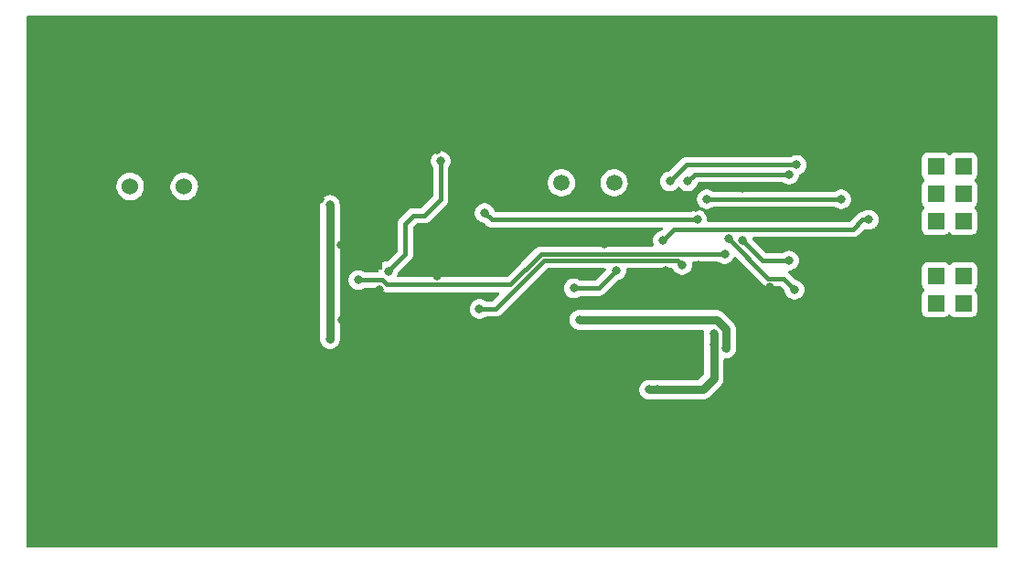
<source format=gbr>
%TF.GenerationSoftware,KiCad,Pcbnew,6.0.4-6f826c9f35~116~ubuntu20.04.1*%
%TF.CreationDate,2022-04-14T19:41:17+00:00*%
%TF.ProjectId,USTSIPIN01,55535453-4950-4494-9e30-312e6b696361,rev?*%
%TF.SameCoordinates,PX6384130PY6d19b00*%
%TF.FileFunction,Copper,L1,Top*%
%TF.FilePolarity,Positive*%
%FSLAX46Y46*%
G04 Gerber Fmt 4.6, Leading zero omitted, Abs format (unit mm)*
G04 Created by KiCad (PCBNEW 6.0.4-6f826c9f35~116~ubuntu20.04.1) date 2022-04-14 19:41:17*
%MOMM*%
%LPD*%
G01*
G04 APERTURE LIST*
%TA.AperFunction,ComponentPad*%
%ADD10C,6.000000*%
%TD*%
%TA.AperFunction,ComponentPad*%
%ADD11R,1.524000X1.524000*%
%TD*%
%TA.AperFunction,ComponentPad*%
%ADD12C,1.524000*%
%TD*%
%TA.AperFunction,SMDPad,CuDef*%
%ADD13R,3.800000X1.000000*%
%TD*%
%TA.AperFunction,SMDPad,CuDef*%
%ADD14R,1.000000X3.800000*%
%TD*%
%TA.AperFunction,SMDPad,CuDef*%
%ADD15R,3.300000X2.550000*%
%TD*%
%TA.AperFunction,SMDPad,CuDef*%
%ADD16R,1.000000X1.000000*%
%TD*%
%TA.AperFunction,SMDPad,CuDef*%
%ADD17R,1.000000X2.300000*%
%TD*%
%TA.AperFunction,SMDPad,CuDef*%
%ADD18R,2.300000X1.000000*%
%TD*%
%TA.AperFunction,ComponentPad*%
%ADD19C,1.500000*%
%TD*%
%TA.AperFunction,ViaPad*%
%ADD20C,0.800000*%
%TD*%
%TA.AperFunction,Conductor*%
%ADD21C,0.250000*%
%TD*%
%TA.AperFunction,Conductor*%
%ADD22C,0.400000*%
%TD*%
%TA.AperFunction,Conductor*%
%ADD23C,0.800000*%
%TD*%
G04 APERTURE END LIST*
D10*
%TO.P,M2,1*%
%TO.N,GND*%
X86145000Y45408000D03*
%TD*%
%TO.P,M3,1*%
%TO.N,GND*%
X4865000Y45408000D03*
%TD*%
%TO.P,M4,1*%
%TO.N,GND*%
X4865000Y4768000D03*
%TD*%
D11*
%TO.P,J1,1*%
%TO.N,/power/5*%
X84748000Y25596000D03*
%TO.P,J1,2*%
X87288000Y25596000D03*
%TD*%
%TO.P,J2,1*%
%TO.N,GND*%
X84748000Y28136000D03*
%TO.P,J2,2*%
X87288000Y28136000D03*
%TD*%
%TO.P,J3,1*%
%TO.N,/power/3*%
X84748000Y23056000D03*
%TO.P,J3,2*%
X87288000Y23056000D03*
%TD*%
D12*
%TO.P,D2,1,K*%
%TO.N,/K*%
X15145000Y33878000D03*
%TO.P,D2,2,A*%
%TO.N,/A*%
X10145000Y33878000D03*
%TD*%
D11*
%TO.P,J4,1*%
%TO.N,/cpu/PC7*%
X84748000Y35756000D03*
%TD*%
%TO.P,J5,1*%
%TO.N,/cpu/PC3*%
X87288000Y35756000D03*
%TD*%
%TO.P,J6,1*%
%TO.N,/cpu/RX0*%
X84748000Y33216000D03*
%TD*%
%TO.P,J7,1*%
%TO.N,/cpu/TX0*%
X87288000Y33216000D03*
%TD*%
%TO.P,J19,1*%
%TO.N,/cpu/RST#*%
X84748000Y30676000D03*
%TO.P,J19,2*%
X87288000Y30676000D03*
%TD*%
D10*
%TO.P,M1,1*%
%TO.N,GND*%
X86145000Y4768000D03*
%TD*%
D13*
%TO.P,M5,1*%
%TO.N,GND*%
X49761000Y40336000D03*
X67761000Y40336000D03*
X43761000Y40336000D03*
D14*
X80661000Y22186000D03*
X36861000Y34186000D03*
X80661000Y34186000D03*
D15*
X79511000Y39561000D03*
D13*
X49761000Y10036000D03*
X67761000Y10036000D03*
D15*
X79511000Y10811000D03*
X38011000Y10811000D03*
D13*
X61761000Y10036000D03*
X61761000Y40336000D03*
X55761000Y40336000D03*
X73761000Y10036000D03*
D14*
X36861000Y16186000D03*
D13*
X43761000Y10036000D03*
D14*
X80661000Y28186000D03*
X36861000Y22186000D03*
D13*
X73761000Y40336000D03*
D14*
X80661000Y16186000D03*
X36861000Y28186000D03*
D13*
X55761000Y10036000D03*
D15*
X38011000Y39561000D03*
%TD*%
D13*
%TO.P,M8,1*%
%TO.N,GND*%
X26057000Y9188000D03*
D14*
X1157000Y22088000D03*
D16*
X32957000Y9188000D03*
D13*
X8057000Y40988000D03*
X26057000Y40988000D03*
X14057000Y40988000D03*
D14*
X32957000Y34088000D03*
D13*
X20057000Y40988000D03*
D14*
X1157000Y28088000D03*
X32957000Y22088000D03*
D17*
X32957000Y10838000D03*
D14*
X1157000Y16088000D03*
D18*
X31307000Y9188000D03*
D13*
X20057000Y9188000D03*
D14*
X1157000Y34088000D03*
D13*
X8057000Y9188000D03*
D16*
X1157000Y40988000D03*
X1157000Y9188000D03*
D14*
X32957000Y16088000D03*
D17*
X1157000Y39338000D03*
X1157000Y10838000D03*
D18*
X31307000Y40988000D03*
D14*
X32957000Y28088000D03*
D13*
X14057000Y9188000D03*
D16*
X32957000Y40988000D03*
D17*
X32957000Y39338000D03*
D18*
X2807000Y40988000D03*
X2807000Y9188000D03*
%TD*%
D19*
%TO.P,Y1,1,1*%
%TO.N,Net-(C30-Pad1)*%
X50077000Y34232000D03*
%TO.P,Y1,2,2*%
%TO.N,Net-(C33-Pad1)*%
X54957000Y34232000D03*
%TD*%
D20*
%TO.N,GND*%
X75096000Y14293000D03*
X32805000Y13404000D03*
X32551000Y11880000D03*
X34075000Y11880000D03*
X35599000Y11880000D03*
X37123000Y11880000D03*
X38901000Y11880000D03*
X40425000Y11880000D03*
X28360000Y11118000D03*
X26455000Y12388000D03*
X26455000Y13658000D03*
X27725000Y14928000D03*
X27725000Y16198000D03*
X27090000Y17468000D03*
X25820000Y18103000D03*
X24550000Y18103000D03*
X23280000Y18103000D03*
X22010000Y18103000D03*
X20740000Y17468000D03*
X19470000Y16198000D03*
X18200000Y15563000D03*
X16930000Y15563000D03*
X15025000Y15563000D03*
X13755000Y16833000D03*
X12485000Y16833000D03*
X17565000Y18738000D03*
X17565000Y20008000D03*
X17565000Y21278000D03*
X18835000Y21278000D03*
X18835000Y20008000D03*
X20105000Y21278000D03*
X21375000Y21278000D03*
X22645000Y21278000D03*
X23915000Y21278000D03*
X25185000Y21278000D03*
X26455000Y21278000D03*
X21375000Y22548000D03*
X21375000Y24580000D03*
X22645000Y24580000D03*
X22645000Y22548000D03*
X30900000Y21913000D03*
X29757000Y21532000D03*
X30265000Y20008000D03*
X30265000Y18738000D03*
X31535000Y18738000D03*
X31535000Y20008000D03*
X32170000Y21278000D03*
X34075000Y21913000D03*
X33821000Y16960000D03*
X34075000Y18103000D03*
X33440000Y19373000D03*
X32297000Y16960000D03*
X10580000Y16833000D03*
X8675000Y16833000D03*
X7405000Y17468000D03*
X5500000Y17468000D03*
X4230000Y18103000D03*
X2960000Y19373000D03*
X2325000Y20643000D03*
X2325000Y21913000D03*
X2325000Y23818000D03*
X2325000Y25723000D03*
X2325000Y27628000D03*
X2325000Y29533000D03*
X2325000Y31438000D03*
X2325000Y32708000D03*
X5500000Y32708000D03*
X6770000Y31438000D03*
X7405000Y32708000D03*
X8040000Y33978000D03*
X8040000Y35248000D03*
X9945000Y35883000D03*
X11215000Y35883000D03*
X11850000Y34613000D03*
X10580000Y31438000D03*
X11850000Y32708000D03*
X4865000Y35248000D03*
X13755000Y34613000D03*
X14390000Y35883000D03*
X15660000Y35883000D03*
X16295000Y37153000D03*
X16295000Y38423000D03*
X19470000Y30168000D03*
X20740000Y30168000D03*
X22010000Y30168000D03*
X23153000Y29660000D03*
X24550000Y31692000D03*
X25820000Y30676000D03*
X27090000Y30168000D03*
X27090000Y31438000D03*
X27725000Y32708000D03*
X28360000Y33978000D03*
X25820000Y33343000D03*
X25820000Y35248000D03*
X27090000Y35883000D03*
X28360000Y35883000D03*
X29630000Y35248000D03*
X30900000Y35248000D03*
X32170000Y35248000D03*
X33440000Y35248000D03*
X34710000Y35248000D03*
X35980000Y35883000D03*
X35980000Y37153000D03*
X37250000Y37788000D03*
X39790000Y37153000D03*
X40679000Y33724000D03*
X40679000Y32200000D03*
X40679000Y31184000D03*
X41441000Y30168000D03*
X42711000Y30168000D03*
X43473000Y29152000D03*
X50585000Y38804000D03*
X52109000Y38804000D03*
X53633000Y38804000D03*
X55157000Y38804000D03*
X56681000Y38804000D03*
X58205000Y38804000D03*
X59729000Y38804000D03*
X61253000Y38804000D03*
X62777000Y26612000D03*
X58713000Y20008000D03*
X53633000Y20008000D03*
X57697000Y24580000D03*
X69381000Y24580000D03*
X69889000Y22040000D03*
X75985000Y31184000D03*
X66333000Y31184000D03*
X66968000Y38423000D03*
X68238000Y38423000D03*
X50839000Y32200000D03*
X49823000Y21405000D03*
X49442000Y32200000D03*
X5881000Y36264000D03*
X6897000Y37280000D03*
X8421000Y38296000D03*
X9945000Y38296000D03*
X11469000Y38296000D03*
X12993000Y38296000D03*
X14009000Y37280000D03*
X79033000Y21532000D03*
X79033000Y20008000D03*
X78017000Y18992000D03*
X78017000Y38931000D03*
X76493000Y38931000D03*
X74969000Y38931000D03*
X73445000Y38931000D03*
X71921000Y38931000D03*
X70397000Y38931000D03*
X69381000Y38931000D03*
X87669000Y11880000D03*
X87669000Y13404000D03*
X88177000Y16452000D03*
X79033000Y33216000D03*
X66841000Y33724000D03*
X10105000Y27368000D03*
X33213186Y28389814D03*
X37410000Y21653000D03*
X54014000Y28517000D03*
X38534423Y37253961D03*
X59729000Y26104000D03*
X31695000Y29908000D03*
X51093000Y13404000D03*
X40621307Y34936307D03*
X3849000Y34232000D03*
X10104457Y29888565D03*
X34235000Y29108000D03*
X30425000Y29908000D03*
X29647000Y28511000D03*
X4771000Y26606000D03*
X12010000Y31178000D03*
X51093000Y12134000D03*
X9089000Y21780000D03*
X49823000Y13404000D03*
X52363000Y12134000D03*
X38553000Y25590000D03*
X62486789Y31908000D03*
X14517000Y22040000D03*
X38680000Y21653000D03*
X10453000Y21653000D03*
X37250000Y15563000D03*
X33003000Y27368000D03*
X52363000Y13404000D03*
X12010000Y21653000D03*
X12645000Y23558000D03*
X38680000Y29908000D03*
X39315000Y29273000D03*
X33219000Y24320000D03*
X4771000Y25336000D03*
X10105000Y28638000D03*
X30552000Y28511000D03*
X10105000Y25463000D03*
X49823000Y12134000D03*
X55652109Y24503999D03*
%TO.N,Net-(R1-Pad2)*%
X38900992Y36264000D03*
X34041648Y26053080D03*
%TO.N,/cpu/RST#_P*%
X78525000Y30803000D03*
X59475000Y28898000D03*
%TO.N,/cpu/PC0*%
X65532314Y29075314D03*
X71667000Y24326000D03*
%TO.N,/cpu/PC1*%
X66841000Y28898000D03*
X71159778Y27024070D03*
%TO.N,/cpu/PB6*%
X55157000Y26104000D03*
X51220000Y24453000D03*
%TO.N,/cpu/RX0*%
X61761000Y34359000D03*
X71159000Y34994000D03*
%TO.N,/cpu/TX0*%
X60110000Y34359000D03*
X71851686Y35879990D03*
%TO.N,+3V3*%
X64174000Y20262000D03*
X28647000Y19748000D03*
X58205000Y15055000D03*
X28647000Y32194000D03*
X75985000Y32708000D03*
X58967000Y15055000D03*
X64174000Y19246000D03*
X63539000Y32708000D03*
%TO.N,+5V*%
X65317000Y18865000D03*
X51728000Y21532000D03*
%TO.N,PA1*%
X65190000Y27628000D03*
X31281000Y25215000D03*
%TO.N,PA0*%
X62650000Y30803000D03*
X42965000Y31438000D03*
%TO.N,PB0*%
X61253000Y26612000D03*
X42490000Y22548000D03*
%TD*%
D21*
%TO.N,GND*%
X4771000Y25336000D02*
X4771000Y26606000D01*
D22*
X34235000Y28600000D02*
X33003000Y27368000D01*
D21*
X33219000Y24320000D02*
X33219000Y23050000D01*
X10105000Y28638000D02*
X10105000Y27368000D01*
X13280000Y31178000D02*
X11990565Y29888565D01*
X29647000Y28511000D02*
X30552000Y28511000D01*
D22*
X31695000Y29908000D02*
X30425000Y29908000D01*
X38680000Y21653000D02*
X37410000Y21653000D01*
X34235000Y29108000D02*
X34235000Y28600000D01*
D21*
X33219000Y23050000D02*
X33473000Y22796000D01*
D22*
X33931372Y29108000D02*
X33213186Y28389814D01*
D21*
X11990565Y29888565D02*
X10104457Y29888565D01*
D22*
X39315000Y29273000D02*
X39315000Y26352000D01*
D21*
X12010000Y21653000D02*
X13915000Y21653000D01*
D22*
X34235000Y29108000D02*
X33931372Y29108000D01*
X39315000Y26352000D02*
X38553000Y25590000D01*
%TO.N,Net-(R1-Pad2)*%
X38900992Y36264000D02*
X38900992Y32707992D01*
X35638000Y27649432D02*
X34441647Y26453079D01*
X38900992Y32707992D02*
X37377000Y31184000D01*
X36361000Y31184000D02*
X35638000Y30461000D01*
X35638000Y30461000D02*
X35638000Y27649432D01*
X34441647Y26453079D02*
X34041648Y26053080D01*
X37377000Y31184000D02*
X36361000Y31184000D01*
%TO.N,/cpu/RST#_P*%
X77959315Y30803000D02*
X77070315Y29914000D01*
X78525000Y30803000D02*
X77959315Y30803000D01*
X77070315Y29914000D02*
X60491000Y29914000D01*
X60491000Y29914000D02*
X59475000Y28898000D01*
%TO.N,/cpu/PC0*%
X65532314Y29075314D02*
X69227627Y25380001D01*
X70612999Y25380001D02*
X71667000Y24326000D01*
X69227627Y25380001D02*
X70612999Y25380001D01*
%TO.N,/cpu/PC1*%
X66841000Y28898000D02*
X68714930Y27024070D01*
X68714930Y27024070D02*
X71159778Y27024070D01*
%TO.N,/cpu/PB6*%
X51220000Y24453000D02*
X53506000Y24453000D01*
X54757001Y25704001D02*
X55157000Y26104000D01*
X53506000Y24453000D02*
X54757001Y25704001D01*
%TO.N,/cpu/RX0*%
X62396000Y34994000D02*
X71159000Y34994000D01*
X61761000Y34359000D02*
X62396000Y34994000D01*
%TO.N,/cpu/TX0*%
X60110000Y34359000D02*
X61630990Y35879990D01*
X61630990Y35879990D02*
X71851686Y35879990D01*
%TO.N,+3V3*%
X75985000Y32708000D02*
X63539000Y32708000D01*
D23*
X64174000Y20262000D02*
X64174000Y16071000D01*
X58967000Y15055000D02*
X58205000Y15055000D01*
X28647000Y32194000D02*
X28647000Y19748000D01*
X64174000Y16071000D02*
X63158000Y15055000D01*
X63158000Y15055000D02*
X58967000Y15055000D01*
%TO.N,+5V*%
X64428000Y21532000D02*
X51728000Y21532000D01*
X65317000Y20643000D02*
X64428000Y21532000D01*
X65317000Y18865000D02*
X65317000Y20643000D01*
D22*
%TO.N,PA1*%
X45333999Y24789999D02*
X48108500Y27564500D01*
X31281000Y25215000D02*
X33508002Y25215000D01*
X65190000Y27628000D02*
X48172000Y27628000D01*
X33933003Y24789999D02*
X45333999Y24789999D01*
X33508002Y25215000D02*
X33933003Y24789999D01*
X48172000Y27628000D02*
X48108500Y27564500D01*
%TO.N,PA0*%
X42965000Y31438000D02*
X43600000Y30803000D01*
X43600000Y30803000D02*
X62650000Y30803000D01*
%TO.N,PB0*%
X61253000Y26612000D02*
X60837010Y27027990D01*
X43981000Y22548000D02*
X42490000Y22548000D01*
X48460990Y27027990D02*
X43981000Y22548000D01*
X60837010Y27027990D02*
X48460990Y27027990D01*
%TD*%
%TA.AperFunction,Conductor*%
%TO.N,GND*%
G36*
X90405122Y49705998D02*
G01*
X90451615Y49652342D01*
X90463001Y49600000D01*
X90463000Y576000D01*
X90442998Y507879D01*
X90389342Y461386D01*
X90337000Y450000D01*
X673000Y450000D01*
X604879Y470002D01*
X558386Y523658D01*
X547000Y576000D01*
X547000Y32194000D01*
X27733500Y32194000D01*
X27734190Y32187435D01*
X27737810Y32152993D01*
X27738500Y32139822D01*
X27738501Y19802187D01*
X27737811Y19789017D01*
X27733500Y19748000D01*
X27753462Y19558073D01*
X27812476Y19376446D01*
X27907963Y19211058D01*
X27912381Y19206151D01*
X27912382Y19206150D01*
X27919338Y19198425D01*
X28035749Y19069137D01*
X28041091Y19065256D01*
X28041093Y19065254D01*
X28184908Y18960767D01*
X28190250Y18956886D01*
X28196278Y18954202D01*
X28196280Y18954201D01*
X28304526Y18906007D01*
X28364713Y18879210D01*
X28458113Y18859357D01*
X28545056Y18840876D01*
X28545061Y18840876D01*
X28551513Y18839504D01*
X28742487Y18839504D01*
X28748939Y18840876D01*
X28748944Y18840876D01*
X28835887Y18859357D01*
X28929287Y18879210D01*
X28989474Y18906007D01*
X29097720Y18954201D01*
X29097722Y18954202D01*
X29103750Y18956886D01*
X29109092Y18960767D01*
X29252907Y19065254D01*
X29252909Y19065256D01*
X29258251Y19069137D01*
X29374662Y19198425D01*
X29381618Y19206150D01*
X29381619Y19206151D01*
X29386037Y19211058D01*
X29481524Y19376446D01*
X29540538Y19558073D01*
X29555500Y19700428D01*
X29560500Y19748000D01*
X29556189Y19789017D01*
X29555500Y19802178D01*
X29555500Y21532000D01*
X50814500Y21532000D01*
X50815190Y21525435D01*
X50818814Y21490955D01*
X50819504Y21477784D01*
X50819504Y21436513D01*
X50828086Y21396136D01*
X50830147Y21383128D01*
X50834462Y21342073D01*
X50836501Y21335799D01*
X50836502Y21335792D01*
X50847218Y21302809D01*
X50850630Y21290076D01*
X50859210Y21249713D01*
X50876000Y21212002D01*
X50880721Y21199702D01*
X50893476Y21160446D01*
X50896780Y21154723D01*
X50896781Y21154721D01*
X50914116Y21124695D01*
X50920102Y21112947D01*
X50936886Y21075250D01*
X50961144Y21041862D01*
X50968323Y21030808D01*
X50988963Y20995058D01*
X50993383Y20990149D01*
X50993386Y20990145D01*
X51016577Y20964389D01*
X51024878Y20954140D01*
X51049137Y20920749D01*
X51054045Y20916330D01*
X51079807Y20893134D01*
X51089134Y20883807D01*
X51116749Y20853137D01*
X51122091Y20849256D01*
X51122092Y20849255D01*
X51150138Y20828879D01*
X51160389Y20820577D01*
X51186145Y20797386D01*
X51186149Y20797383D01*
X51191058Y20792963D01*
X51226808Y20772323D01*
X51237860Y20765146D01*
X51271250Y20740886D01*
X51277281Y20738201D01*
X51308947Y20724102D01*
X51320695Y20718116D01*
X51350721Y20700781D01*
X51350723Y20700780D01*
X51356446Y20697476D01*
X51395702Y20684721D01*
X51408002Y20680000D01*
X51445713Y20663210D01*
X51452166Y20661838D01*
X51452167Y20661838D01*
X51486076Y20654630D01*
X51498809Y20651218D01*
X51531792Y20640502D01*
X51531799Y20640501D01*
X51538073Y20638462D01*
X51544634Y20637772D01*
X51544636Y20637772D01*
X51558519Y20636313D01*
X51579128Y20634147D01*
X51592136Y20632086D01*
X51632513Y20623504D01*
X51680352Y20623504D01*
X51680403Y20623503D01*
X51680428Y20623500D01*
X63162785Y20623500D01*
X63230906Y20603498D01*
X63277399Y20549842D01*
X63282253Y20465009D01*
X63283875Y20464664D01*
X63282612Y20458724D01*
X63282621Y20458572D01*
X63280462Y20451927D01*
X63260500Y20262000D01*
X63261190Y20255435D01*
X63264810Y20220993D01*
X63265500Y20207822D01*
X63265500Y19300179D01*
X63264810Y19287009D01*
X63260500Y19246000D01*
X63261190Y19239435D01*
X63264810Y19204990D01*
X63265500Y19191820D01*
X63265501Y17831872D01*
X63265501Y16499504D01*
X63228596Y16410409D01*
X62818592Y16000405D01*
X62729497Y15963500D01*
X58157428Y15963500D01*
X58157403Y15963497D01*
X58157352Y15963496D01*
X58109513Y15963496D01*
X58069136Y15954914D01*
X58056128Y15952853D01*
X58035519Y15950687D01*
X58021636Y15949228D01*
X58021634Y15949228D01*
X58015073Y15948538D01*
X58008799Y15946499D01*
X58008792Y15946498D01*
X57975809Y15935782D01*
X57963076Y15932370D01*
X57942975Y15928097D01*
X57922713Y15923790D01*
X57885002Y15907000D01*
X57872702Y15902279D01*
X57833446Y15889524D01*
X57827723Y15886220D01*
X57827721Y15886219D01*
X57797695Y15868884D01*
X57785947Y15862898D01*
X57748250Y15846114D01*
X57714862Y15821856D01*
X57703808Y15814677D01*
X57668058Y15794037D01*
X57663149Y15789617D01*
X57663145Y15789614D01*
X57637389Y15766423D01*
X57627140Y15758122D01*
X57593749Y15733863D01*
X57589329Y15728955D01*
X57589330Y15728955D01*
X57566134Y15703193D01*
X57556807Y15693866D01*
X57526137Y15666251D01*
X57522256Y15660909D01*
X57522255Y15660908D01*
X57501879Y15632862D01*
X57493577Y15622611D01*
X57470386Y15596855D01*
X57470383Y15596851D01*
X57465963Y15591942D01*
X57445323Y15556192D01*
X57438146Y15545140D01*
X57413886Y15511750D01*
X57411201Y15505719D01*
X57397102Y15474053D01*
X57391116Y15462305D01*
X57373781Y15432279D01*
X57370476Y15426554D01*
X57368434Y15420269D01*
X57357722Y15387301D01*
X57353000Y15374998D01*
X57336210Y15337287D01*
X57334838Y15330834D01*
X57334838Y15330833D01*
X57327630Y15296924D01*
X57324218Y15284191D01*
X57313502Y15251208D01*
X57313501Y15251201D01*
X57311462Y15244927D01*
X57310772Y15238366D01*
X57310772Y15238364D01*
X57307148Y15203878D01*
X57305086Y15190864D01*
X57296504Y15150487D01*
X57296504Y15109216D01*
X57295814Y15096045D01*
X57291500Y15055000D01*
X57292190Y15048435D01*
X57295814Y15013955D01*
X57296504Y15000784D01*
X57296504Y14959513D01*
X57305086Y14919136D01*
X57307147Y14906128D01*
X57311462Y14865073D01*
X57313501Y14858799D01*
X57313502Y14858792D01*
X57324218Y14825809D01*
X57327630Y14813076D01*
X57336210Y14772713D01*
X57353000Y14735002D01*
X57357721Y14722702D01*
X57370476Y14683446D01*
X57373780Y14677723D01*
X57373781Y14677721D01*
X57391116Y14647695D01*
X57397102Y14635947D01*
X57413886Y14598250D01*
X57438144Y14564862D01*
X57445323Y14553808D01*
X57465963Y14518058D01*
X57470383Y14513149D01*
X57470386Y14513145D01*
X57493577Y14487389D01*
X57501878Y14477140D01*
X57526137Y14443749D01*
X57531045Y14439330D01*
X57556807Y14416134D01*
X57566134Y14406807D01*
X57593749Y14376137D01*
X57599091Y14372256D01*
X57599092Y14372255D01*
X57627138Y14351879D01*
X57637389Y14343577D01*
X57663145Y14320386D01*
X57663149Y14320383D01*
X57668058Y14315963D01*
X57703808Y14295323D01*
X57714860Y14288146D01*
X57748250Y14263886D01*
X57785947Y14247102D01*
X57797695Y14241116D01*
X57827721Y14223781D01*
X57827723Y14223780D01*
X57833446Y14220476D01*
X57872702Y14207721D01*
X57885002Y14203000D01*
X57922713Y14186210D01*
X57929166Y14184838D01*
X57929167Y14184838D01*
X57963076Y14177630D01*
X57975809Y14174218D01*
X58008792Y14163502D01*
X58008799Y14163501D01*
X58015073Y14161462D01*
X58021634Y14160772D01*
X58021636Y14160772D01*
X58035519Y14159313D01*
X58056128Y14157147D01*
X58069136Y14155086D01*
X58109513Y14146504D01*
X58157352Y14146504D01*
X58157403Y14146503D01*
X58157428Y14146500D01*
X63076610Y14146500D01*
X63096320Y14144949D01*
X63110192Y14142752D01*
X63116779Y14143097D01*
X63116783Y14143097D01*
X63178405Y14146327D01*
X63185000Y14146500D01*
X63205572Y14146500D01*
X63211727Y14147147D01*
X63226040Y14148651D01*
X63232615Y14149168D01*
X63294307Y14152401D01*
X63294311Y14152402D01*
X63300902Y14152747D01*
X63307283Y14154457D01*
X63307285Y14154457D01*
X63314490Y14156387D01*
X63333924Y14159989D01*
X63341353Y14160770D01*
X63341362Y14160772D01*
X63347927Y14161462D01*
X63393459Y14176256D01*
X63412978Y14182598D01*
X63419302Y14184471D01*
X63478991Y14200465D01*
X63479000Y14200468D01*
X63485369Y14202175D01*
X63492250Y14205681D01*
X63497906Y14208562D01*
X63516168Y14216126D01*
X63523265Y14218432D01*
X63523270Y14218434D01*
X63529554Y14220476D01*
X63535279Y14223781D01*
X63588792Y14254677D01*
X63594589Y14257825D01*
X63614101Y14267767D01*
X63655528Y14288875D01*
X63660659Y14293030D01*
X63660662Y14293032D01*
X63666464Y14297730D01*
X63682750Y14308924D01*
X63694942Y14315963D01*
X63745775Y14361733D01*
X63750790Y14366017D01*
X63758493Y14372255D01*
X63766768Y14378956D01*
X63781294Y14393482D01*
X63786079Y14398023D01*
X63831952Y14439327D01*
X63831955Y14439330D01*
X63836863Y14443749D01*
X63845120Y14455114D01*
X63857962Y14470150D01*
X64758858Y15371044D01*
X64773891Y15383883D01*
X64779904Y15388252D01*
X64779905Y15388253D01*
X64785251Y15392137D01*
X64830959Y15442901D01*
X64835500Y15447686D01*
X64850045Y15462231D01*
X64863001Y15478230D01*
X64867285Y15483245D01*
X64908614Y15529146D01*
X64913037Y15534058D01*
X64920075Y15546248D01*
X64931270Y15562536D01*
X64935969Y15568339D01*
X64940125Y15573471D01*
X64949537Y15591942D01*
X64971170Y15634401D01*
X64974318Y15640199D01*
X65005223Y15693728D01*
X65005224Y15693730D01*
X65008524Y15699446D01*
X65012872Y15712829D01*
X65020439Y15731096D01*
X65023828Y15737747D01*
X65023830Y15737751D01*
X65026825Y15743630D01*
X65032933Y15766423D01*
X65044527Y15809696D01*
X65046396Y15816004D01*
X65067538Y15881073D01*
X65069008Y15895062D01*
X65072613Y15914515D01*
X65074543Y15921716D01*
X65076253Y15928097D01*
X65077324Y15948538D01*
X65079832Y15996385D01*
X65080349Y16002960D01*
X65082156Y16020156D01*
X65082500Y16023428D01*
X65082500Y16044000D01*
X65082673Y16050595D01*
X65085903Y16112217D01*
X65085903Y16112221D01*
X65086248Y16118808D01*
X65084051Y16132680D01*
X65082500Y16152390D01*
X65082500Y17831872D01*
X65102502Y17899993D01*
X65156158Y17946486D01*
X65219781Y17956872D01*
X65221513Y17956504D01*
X65412487Y17956504D01*
X65418939Y17957876D01*
X65418944Y17957876D01*
X65505887Y17976357D01*
X65599287Y17996210D01*
X65605318Y17998895D01*
X65767720Y18071201D01*
X65767722Y18071202D01*
X65773750Y18073886D01*
X65779092Y18077767D01*
X65922907Y18182254D01*
X65922909Y18182256D01*
X65928251Y18186137D01*
X66056037Y18328058D01*
X66151524Y18493446D01*
X66210538Y18675073D01*
X66230500Y18865000D01*
X66226190Y18906007D01*
X66225500Y18919178D01*
X66225500Y20561609D01*
X66227051Y20581320D01*
X66228216Y20588675D01*
X66229248Y20595191D01*
X66227765Y20623500D01*
X66225673Y20663405D01*
X66225500Y20669999D01*
X66225500Y20690572D01*
X66223349Y20711040D01*
X66222832Y20717615D01*
X66219599Y20779303D01*
X66219599Y20779304D01*
X66219253Y20785903D01*
X66215612Y20799491D01*
X66212008Y20818938D01*
X66211229Y20826355D01*
X66211228Y20826359D01*
X66210538Y20832927D01*
X66189403Y20897974D01*
X66187531Y20904293D01*
X66171535Y20963993D01*
X66171534Y20963996D01*
X66169826Y20970370D01*
X66163433Y20982918D01*
X66155871Y21001175D01*
X66153564Y21008277D01*
X66153563Y21008280D01*
X66151524Y21014554D01*
X66148226Y21020267D01*
X66148223Y21020273D01*
X66117323Y21073793D01*
X66114176Y21079589D01*
X66086121Y21134649D01*
X66083125Y21140529D01*
X66078971Y21145658D01*
X66078969Y21145662D01*
X66074271Y21151464D01*
X66063072Y21167758D01*
X66059341Y21174221D01*
X66059337Y21174227D01*
X66056037Y21179942D01*
X66010276Y21230765D01*
X66005992Y21235780D01*
X65999588Y21243688D01*
X65993045Y21251768D01*
X65978509Y21266304D01*
X65973968Y21271089D01*
X65932673Y21316952D01*
X65932672Y21316953D01*
X65928251Y21321863D01*
X65922909Y21325744D01*
X65922907Y21325746D01*
X65916889Y21330118D01*
X65901855Y21342958D01*
X65127962Y22116850D01*
X65115120Y22131886D01*
X65106863Y22143251D01*
X65056079Y22188977D01*
X65051294Y22193518D01*
X65036768Y22208044D01*
X65020790Y22220983D01*
X65015775Y22225267D01*
X64969850Y22266618D01*
X64969849Y22266619D01*
X64964942Y22271037D01*
X64952750Y22278076D01*
X64936464Y22289270D01*
X64930662Y22293968D01*
X64930659Y22293970D01*
X64925528Y22298125D01*
X64864587Y22329176D01*
X64858792Y22332323D01*
X64805277Y22363220D01*
X64805276Y22363221D01*
X64799554Y22366524D01*
X64793270Y22368566D01*
X64793265Y22368568D01*
X64786168Y22370874D01*
X64767906Y22378438D01*
X64761251Y22381828D01*
X64755369Y22384825D01*
X64749000Y22386532D01*
X64748991Y22386535D01*
X64689302Y22402529D01*
X64682978Y22404402D01*
X64654309Y22413717D01*
X64617927Y22425538D01*
X64611362Y22426228D01*
X64611353Y22426230D01*
X64603924Y22427011D01*
X64584490Y22430613D01*
X64577285Y22432543D01*
X64577283Y22432543D01*
X64570902Y22434253D01*
X64564311Y22434598D01*
X64564307Y22434599D01*
X64502615Y22437832D01*
X64496040Y22438349D01*
X64481727Y22439853D01*
X64475572Y22440500D01*
X64455000Y22440500D01*
X64448405Y22440673D01*
X64386783Y22443903D01*
X64386779Y22443903D01*
X64380192Y22444248D01*
X64373676Y22443216D01*
X64366321Y22442051D01*
X64346610Y22440500D01*
X51680428Y22440500D01*
X51680403Y22440497D01*
X51680352Y22440496D01*
X51632513Y22440496D01*
X51592136Y22431914D01*
X51579128Y22429853D01*
X51561936Y22428046D01*
X51544636Y22426228D01*
X51544634Y22426228D01*
X51538073Y22425538D01*
X51531799Y22423499D01*
X51531792Y22423498D01*
X51498809Y22412782D01*
X51486076Y22409370D01*
X51453894Y22402529D01*
X51445713Y22400790D01*
X51408002Y22384000D01*
X51395702Y22379279D01*
X51356446Y22366524D01*
X51350723Y22363220D01*
X51350721Y22363219D01*
X51320695Y22345884D01*
X51308947Y22339898D01*
X51271250Y22323114D01*
X51237862Y22298856D01*
X51226808Y22291677D01*
X51191058Y22271037D01*
X51186149Y22266617D01*
X51186145Y22266614D01*
X51160389Y22243423D01*
X51150140Y22235122D01*
X51116749Y22210863D01*
X51112329Y22205955D01*
X51112330Y22205955D01*
X51089134Y22180193D01*
X51079807Y22170866D01*
X51049137Y22143251D01*
X51045256Y22137909D01*
X51045255Y22137908D01*
X51024879Y22109862D01*
X51016577Y22099611D01*
X50993386Y22073855D01*
X50993383Y22073851D01*
X50988963Y22068942D01*
X50968323Y22033192D01*
X50961146Y22022140D01*
X50936886Y21988750D01*
X50931481Y21976611D01*
X50920102Y21951053D01*
X50914116Y21939305D01*
X50896781Y21909279D01*
X50893476Y21903554D01*
X50881032Y21865254D01*
X50880722Y21864301D01*
X50876000Y21851998D01*
X50859210Y21814287D01*
X50857838Y21807834D01*
X50857838Y21807833D01*
X50850630Y21773924D01*
X50847218Y21761191D01*
X50836502Y21728208D01*
X50836501Y21728201D01*
X50834462Y21721927D01*
X50833772Y21715366D01*
X50833772Y21715364D01*
X50830148Y21680878D01*
X50828086Y21667864D01*
X50819504Y21627487D01*
X50819504Y21586216D01*
X50818814Y21573045D01*
X50814500Y21532000D01*
X29555500Y21532000D01*
X29555500Y25215000D01*
X30367500Y25215000D01*
X30387462Y25025073D01*
X30389502Y25018795D01*
X30389502Y25018794D01*
X30421957Y24918907D01*
X30446476Y24843446D01*
X30449779Y24837724D01*
X30449780Y24837723D01*
X30455743Y24827395D01*
X30541963Y24678058D01*
X30546381Y24673151D01*
X30546382Y24673150D01*
X30651278Y24556651D01*
X30669749Y24536137D01*
X30675091Y24532256D01*
X30675093Y24532254D01*
X30818908Y24427767D01*
X30824250Y24423886D01*
X30830278Y24421202D01*
X30830280Y24421201D01*
X30992682Y24348895D01*
X30998713Y24346210D01*
X31088989Y24327021D01*
X31179056Y24307876D01*
X31179061Y24307876D01*
X31185513Y24306504D01*
X31376487Y24306504D01*
X31382939Y24307876D01*
X31382944Y24307876D01*
X31473011Y24327021D01*
X31563287Y24346210D01*
X31569318Y24348895D01*
X31731720Y24421201D01*
X31731722Y24421202D01*
X31737750Y24423886D01*
X31818339Y24482437D01*
X31892399Y24506500D01*
X33162343Y24506500D01*
X33251438Y24469595D01*
X33413655Y24307378D01*
X33419508Y24301113D01*
X33455578Y24259765D01*
X33461796Y24255395D01*
X33507849Y24223029D01*
X33513125Y24219111D01*
X33563391Y24179697D01*
X33570313Y24176572D01*
X33572619Y24175175D01*
X33587244Y24166833D01*
X33589621Y24165558D01*
X33595838Y24161189D01*
X33602917Y24158429D01*
X33602919Y24158428D01*
X33631368Y24147336D01*
X33655346Y24137988D01*
X33661422Y24135434D01*
X33712711Y24112276D01*
X33712713Y24112275D01*
X33719637Y24109149D01*
X33727103Y24107765D01*
X33729675Y24106959D01*
X33745874Y24102345D01*
X33748482Y24101675D01*
X33755563Y24098915D01*
X33818903Y24090576D01*
X33825407Y24089546D01*
X33888202Y24077908D01*
X33895782Y24078345D01*
X33895783Y24078345D01*
X33946859Y24081290D01*
X33954112Y24081499D01*
X44208340Y24081499D01*
X44276461Y24061497D01*
X44322954Y24007841D01*
X44333058Y23937567D01*
X44297435Y23866404D01*
X43724436Y23293405D01*
X43635341Y23256500D01*
X43101399Y23256500D01*
X43027339Y23280563D01*
X43009663Y23293405D01*
X42946750Y23339114D01*
X42940722Y23341798D01*
X42940720Y23341799D01*
X42778318Y23414105D01*
X42778317Y23414105D01*
X42772287Y23416790D01*
X42678887Y23436643D01*
X42591944Y23455124D01*
X42591939Y23455124D01*
X42585487Y23456496D01*
X42394513Y23456496D01*
X42388061Y23455124D01*
X42388056Y23455124D01*
X42301113Y23436643D01*
X42207713Y23416790D01*
X42201683Y23414105D01*
X42201682Y23414105D01*
X42039280Y23341799D01*
X42039278Y23341798D01*
X42033250Y23339114D01*
X42027909Y23335234D01*
X42027908Y23335233D01*
X41884093Y23230746D01*
X41884091Y23230744D01*
X41878749Y23226863D01*
X41750963Y23084942D01*
X41655476Y22919554D01*
X41596462Y22737927D01*
X41576500Y22548000D01*
X41577190Y22541435D01*
X41595117Y22370874D01*
X41596462Y22358073D01*
X41598502Y22351795D01*
X41598502Y22351794D01*
X41617291Y22293968D01*
X41655476Y22176446D01*
X41658779Y22170724D01*
X41658780Y22170723D01*
X41681203Y22131886D01*
X41750963Y22011058D01*
X41755381Y22006151D01*
X41755382Y22006150D01*
X41816309Y21938484D01*
X41878749Y21869137D01*
X41884091Y21865256D01*
X41884093Y21865254D01*
X42027908Y21760767D01*
X42033250Y21756886D01*
X42039278Y21754202D01*
X42039280Y21754201D01*
X42201682Y21681895D01*
X42207713Y21679210D01*
X42301113Y21659357D01*
X42388056Y21640876D01*
X42388061Y21640876D01*
X42394513Y21639504D01*
X42585487Y21639504D01*
X42591939Y21640876D01*
X42591944Y21640876D01*
X42678887Y21659357D01*
X42772287Y21679210D01*
X42778318Y21681895D01*
X42940720Y21754201D01*
X42940722Y21754202D01*
X42946750Y21756886D01*
X43027339Y21815437D01*
X43101399Y21839500D01*
X43955061Y21839500D01*
X43963632Y21839208D01*
X44018341Y21835478D01*
X44081279Y21846463D01*
X44087791Y21847423D01*
X44151194Y21855096D01*
X44158299Y21857781D01*
X44160906Y21858421D01*
X44177144Y21862863D01*
X44179741Y21863647D01*
X44187224Y21864953D01*
X44194180Y21868006D01*
X44194182Y21868007D01*
X44245705Y21890624D01*
X44251814Y21893117D01*
X44304452Y21913007D01*
X44304454Y21913008D01*
X44311562Y21915694D01*
X44317827Y21920000D01*
X44320218Y21921250D01*
X44334922Y21929434D01*
X44337243Y21930807D01*
X44344201Y21933861D01*
X44394877Y21972747D01*
X44400186Y21976604D01*
X44452846Y22012796D01*
X44461170Y22022138D01*
X44491955Y22056691D01*
X44496936Y22061967D01*
X48717555Y26282585D01*
X48806650Y26319490D01*
X54066328Y26319490D01*
X54134449Y26299488D01*
X54180942Y26245832D01*
X54191046Y26175558D01*
X54155424Y26104395D01*
X53249436Y25198405D01*
X53160340Y25161500D01*
X51831399Y25161500D01*
X51757339Y25185563D01*
X51707786Y25221565D01*
X51676750Y25244114D01*
X51670722Y25246798D01*
X51670720Y25246799D01*
X51508318Y25319105D01*
X51508317Y25319105D01*
X51502287Y25321790D01*
X51408887Y25341643D01*
X51321944Y25360124D01*
X51321939Y25360124D01*
X51315487Y25361496D01*
X51124513Y25361496D01*
X51118061Y25360124D01*
X51118056Y25360124D01*
X51031113Y25341643D01*
X50937713Y25321790D01*
X50931683Y25319105D01*
X50931682Y25319105D01*
X50769280Y25246799D01*
X50769278Y25246798D01*
X50763250Y25244114D01*
X50757909Y25240234D01*
X50757908Y25240233D01*
X50614093Y25135746D01*
X50614091Y25135744D01*
X50608749Y25131863D01*
X50604328Y25126953D01*
X50604327Y25126952D01*
X50591975Y25113233D01*
X50480963Y24989942D01*
X50477662Y24984224D01*
X50390930Y24834000D01*
X50385476Y24824554D01*
X50367653Y24769699D01*
X50338361Y24679547D01*
X50326462Y24642927D01*
X50325772Y24636364D01*
X50325772Y24636363D01*
X50318256Y24564848D01*
X50306500Y24453000D01*
X50307190Y24446435D01*
X50323590Y24290403D01*
X50326462Y24263073D01*
X50328502Y24256795D01*
X50328502Y24256794D01*
X50347317Y24198888D01*
X50385476Y24081446D01*
X50388779Y24075724D01*
X50388780Y24075723D01*
X50409062Y24040594D01*
X50480963Y23916058D01*
X50485381Y23911151D01*
X50485382Y23911150D01*
X50595314Y23789058D01*
X50608749Y23774137D01*
X50614091Y23770256D01*
X50614093Y23770254D01*
X50682661Y23720437D01*
X50763250Y23661886D01*
X50769278Y23659202D01*
X50769280Y23659201D01*
X50805098Y23643254D01*
X50937713Y23584210D01*
X51031113Y23564357D01*
X51118056Y23545876D01*
X51118061Y23545876D01*
X51124513Y23544504D01*
X51315487Y23544504D01*
X51321939Y23545876D01*
X51321944Y23545876D01*
X51408887Y23564357D01*
X51502287Y23584210D01*
X51634902Y23643254D01*
X51670720Y23659201D01*
X51670722Y23659202D01*
X51676750Y23661886D01*
X51757339Y23720437D01*
X51831399Y23744500D01*
X53480061Y23744500D01*
X53488632Y23744208D01*
X53543341Y23740478D01*
X53606279Y23751463D01*
X53612791Y23752423D01*
X53676194Y23760096D01*
X53683299Y23762781D01*
X53685906Y23763421D01*
X53702144Y23767863D01*
X53704741Y23768647D01*
X53712224Y23769953D01*
X53719180Y23773006D01*
X53719182Y23773007D01*
X53770705Y23795624D01*
X53776814Y23798117D01*
X53829452Y23818007D01*
X53829454Y23818008D01*
X53836562Y23820694D01*
X53842827Y23825000D01*
X53845218Y23826250D01*
X53859922Y23834434D01*
X53862243Y23835807D01*
X53869201Y23838861D01*
X53919877Y23877747D01*
X53925186Y23881604D01*
X53977846Y23917796D01*
X53995462Y23937567D01*
X54016955Y23961691D01*
X54021936Y23966967D01*
X55223538Y25168568D01*
X55286436Y25202720D01*
X55344207Y25215000D01*
X55439287Y25235210D01*
X55459286Y25244114D01*
X55607720Y25310201D01*
X55607722Y25310202D01*
X55613750Y25312886D01*
X55622310Y25319105D01*
X55762907Y25421254D01*
X55762909Y25421256D01*
X55768251Y25425137D01*
X55896037Y25567058D01*
X55954311Y25667992D01*
X55988220Y25726723D01*
X55988221Y25726724D01*
X55991524Y25732446D01*
X56042376Y25888952D01*
X56048498Y25907794D01*
X56048498Y25907795D01*
X56050538Y25914073D01*
X56070500Y26104000D01*
X56068451Y26123496D01*
X56062479Y26180320D01*
X56075251Y26250158D01*
X56123754Y26302005D01*
X56187789Y26319490D01*
X60302214Y26319490D01*
X60370335Y26299488D01*
X60416936Y26245186D01*
X60418476Y26240446D01*
X60513963Y26075058D01*
X60518381Y26070151D01*
X60518382Y26070150D01*
X60622765Y25954221D01*
X60641749Y25933137D01*
X60647091Y25929256D01*
X60647093Y25929254D01*
X60790908Y25824767D01*
X60796250Y25820886D01*
X60802278Y25818202D01*
X60802280Y25818201D01*
X60963943Y25746224D01*
X60970713Y25743210D01*
X61064113Y25723357D01*
X61151056Y25704876D01*
X61151061Y25704876D01*
X61157513Y25703504D01*
X61348487Y25703504D01*
X61354939Y25704876D01*
X61354944Y25704876D01*
X61441887Y25723357D01*
X61535287Y25743210D01*
X61542057Y25746224D01*
X61703720Y25818201D01*
X61703722Y25818202D01*
X61709750Y25820886D01*
X61715092Y25824767D01*
X61858907Y25929254D01*
X61858909Y25929256D01*
X61864251Y25933137D01*
X61883235Y25954221D01*
X61987618Y26070150D01*
X61987619Y26070151D01*
X61992037Y26075058D01*
X62065825Y26202862D01*
X62084220Y26234723D01*
X62084223Y26234729D01*
X62087524Y26240446D01*
X62121563Y26345207D01*
X62144498Y26415794D01*
X62144498Y26415795D01*
X62146538Y26422073D01*
X62153977Y26492846D01*
X62165810Y26605435D01*
X62166500Y26612000D01*
X62148808Y26780329D01*
X62161580Y26850168D01*
X62210082Y26902015D01*
X62274118Y26919500D01*
X64578601Y26919500D01*
X64652661Y26895437D01*
X64733250Y26836886D01*
X64739278Y26834202D01*
X64739280Y26834201D01*
X64860279Y26780329D01*
X64907713Y26759210D01*
X65001113Y26739357D01*
X65088056Y26720876D01*
X65088061Y26720876D01*
X65094513Y26719504D01*
X65285487Y26719504D01*
X65291939Y26720876D01*
X65291944Y26720876D01*
X65378887Y26739357D01*
X65472287Y26759210D01*
X65519721Y26780329D01*
X65640720Y26834201D01*
X65640722Y26834202D01*
X65646750Y26836886D01*
X65659951Y26846477D01*
X65795907Y26945254D01*
X65795909Y26945256D01*
X65801251Y26949137D01*
X65929037Y27091058D01*
X66024524Y27256446D01*
X66040612Y27305960D01*
X66080685Y27364566D01*
X66146082Y27392203D01*
X66216039Y27380096D01*
X66249540Y27356119D01*
X67482162Y26123496D01*
X68708286Y24897372D01*
X68714139Y24891107D01*
X68750202Y24849767D01*
X68767339Y24837723D01*
X68802475Y24813029D01*
X68807770Y24809096D01*
X68858015Y24769699D01*
X68864939Y24766573D01*
X68867252Y24765172D01*
X68881868Y24756835D01*
X68884245Y24755560D01*
X68890462Y24751191D01*
X68897541Y24748431D01*
X68897543Y24748430D01*
X68925992Y24737338D01*
X68949970Y24727990D01*
X68956046Y24725436D01*
X69007339Y24702276D01*
X69007342Y24702275D01*
X69014261Y24699151D01*
X69021726Y24697767D01*
X69024245Y24696978D01*
X69040544Y24692335D01*
X69043110Y24691676D01*
X69050187Y24688917D01*
X69085040Y24684328D01*
X69113516Y24680579D01*
X69120030Y24679547D01*
X69175357Y24669293D01*
X69175359Y24669293D01*
X69182826Y24667909D01*
X69190406Y24668346D01*
X69190407Y24668346D01*
X69222317Y24670186D01*
X69241496Y24671292D01*
X69248747Y24671501D01*
X70267339Y24671501D01*
X70356435Y24634596D01*
X70732341Y24258689D01*
X70768555Y24182763D01*
X70773462Y24136073D01*
X70832476Y23954446D01*
X70927963Y23789058D01*
X70932381Y23784151D01*
X70932382Y23784150D01*
X71051327Y23652048D01*
X71055749Y23647137D01*
X71061091Y23643256D01*
X71061093Y23643254D01*
X71138665Y23586895D01*
X71210250Y23534886D01*
X71216278Y23532202D01*
X71216280Y23532201D01*
X71378682Y23459895D01*
X71384713Y23457210D01*
X71478113Y23437357D01*
X71565056Y23418876D01*
X71565061Y23418876D01*
X71571513Y23417504D01*
X71762487Y23417504D01*
X71768939Y23418876D01*
X71768944Y23418876D01*
X71855887Y23437357D01*
X71949287Y23457210D01*
X71955318Y23459895D01*
X72117720Y23532201D01*
X72117722Y23532202D01*
X72123750Y23534886D01*
X72195335Y23586895D01*
X72272907Y23643254D01*
X72272909Y23643256D01*
X72278251Y23647137D01*
X72282673Y23652048D01*
X72401618Y23784150D01*
X72401619Y23784151D01*
X72406037Y23789058D01*
X72501524Y23954446D01*
X72545420Y24089545D01*
X72558498Y24129794D01*
X72558498Y24129795D01*
X72560538Y24136073D01*
X72573539Y24259765D01*
X72579810Y24319435D01*
X72580500Y24326000D01*
X72560538Y24515927D01*
X72553972Y24536137D01*
X72511014Y24668346D01*
X72501524Y24697554D01*
X72406037Y24862942D01*
X72296835Y24984224D01*
X72282673Y24999952D01*
X72282672Y24999953D01*
X72278251Y25004863D01*
X72272909Y25008744D01*
X72272907Y25008746D01*
X72129092Y25113233D01*
X72129091Y25113234D01*
X72123750Y25117114D01*
X72117722Y25119798D01*
X72117720Y25119799D01*
X71955318Y25192105D01*
X71955317Y25192105D01*
X71949287Y25194790D01*
X71942826Y25196163D01*
X71942821Y25196165D01*
X71796437Y25227281D01*
X71733539Y25261431D01*
X71132340Y25862629D01*
X71126499Y25868882D01*
X71093466Y25906747D01*
X71063760Y25971226D01*
X71073629Y26041534D01*
X71119943Y26095344D01*
X71188417Y26115574D01*
X71255265Y26115574D01*
X71261717Y26116946D01*
X71261722Y26116946D01*
X71348665Y26135427D01*
X71442065Y26155280D01*
X71448096Y26157965D01*
X71610498Y26230271D01*
X71610500Y26230272D01*
X71616528Y26232956D01*
X71632743Y26244737D01*
X71765685Y26341324D01*
X71765687Y26341326D01*
X71771029Y26345207D01*
X71782547Y26358000D01*
X83473000Y26358000D01*
X83473000Y24834000D01*
X83519359Y24620892D01*
X83525455Y24611407D01*
X83525455Y24611406D01*
X83592873Y24506500D01*
X83598300Y24498056D01*
X83605111Y24492155D01*
X83605112Y24492153D01*
X83686855Y24421323D01*
X83725239Y24361597D01*
X83725239Y24290600D01*
X83672463Y24220100D01*
X83650056Y24205700D01*
X83644155Y24198889D01*
X83644153Y24198888D01*
X83560338Y24102160D01*
X83560336Y24102157D01*
X83554437Y24095349D01*
X83550695Y24087155D01*
X83550693Y24087152D01*
X83545474Y24075723D01*
X83493780Y23962529D01*
X83492498Y23953612D01*
X83473950Y23824605D01*
X83473000Y23818000D01*
X83473000Y22294000D01*
X83519359Y22080892D01*
X83525455Y22071407D01*
X83525455Y22071406D01*
X83587574Y21974746D01*
X83598300Y21958056D01*
X83605111Y21952155D01*
X83605112Y21952153D01*
X83701840Y21868338D01*
X83701843Y21868336D01*
X83708651Y21862437D01*
X83716845Y21858695D01*
X83716848Y21858693D01*
X83828217Y21807833D01*
X83841471Y21801780D01*
X83850388Y21800498D01*
X83981554Y21781639D01*
X83981557Y21781639D01*
X83986000Y21781000D01*
X85510000Y21781000D01*
X85723108Y21827359D01*
X85737773Y21836783D01*
X85838360Y21901426D01*
X85838361Y21901426D01*
X85845944Y21906300D01*
X85858899Y21921250D01*
X85922677Y21994855D01*
X85982403Y22033239D01*
X86053400Y22033239D01*
X86123900Y21980463D01*
X86126376Y21976611D01*
X86138300Y21958056D01*
X86145111Y21952155D01*
X86145112Y21952153D01*
X86241840Y21868338D01*
X86241843Y21868336D01*
X86248651Y21862437D01*
X86256845Y21858695D01*
X86256848Y21858693D01*
X86368217Y21807833D01*
X86381471Y21801780D01*
X86390388Y21800498D01*
X86521554Y21781639D01*
X86521557Y21781639D01*
X86526000Y21781000D01*
X88050000Y21781000D01*
X88263108Y21827359D01*
X88277773Y21836783D01*
X88378360Y21901426D01*
X88378361Y21901426D01*
X88385944Y21906300D01*
X88394084Y21915694D01*
X88475662Y22009840D01*
X88475664Y22009843D01*
X88481563Y22016651D01*
X88485305Y22024845D01*
X88485307Y22024848D01*
X88538477Y22141275D01*
X88542220Y22149471D01*
X88548553Y22193518D01*
X88562361Y22289554D01*
X88562361Y22289557D01*
X88563000Y22294000D01*
X88563000Y23818000D01*
X88516641Y24031108D01*
X88497112Y24061497D01*
X88442574Y24146360D01*
X88442574Y24146361D01*
X88437700Y24153944D01*
X88422826Y24166833D01*
X88349145Y24230677D01*
X88310761Y24290403D01*
X88310761Y24361400D01*
X88363537Y24431900D01*
X88378360Y24441426D01*
X88378361Y24441426D01*
X88385944Y24446300D01*
X88391847Y24453112D01*
X88475662Y24549840D01*
X88475664Y24549843D01*
X88481563Y24556651D01*
X88485305Y24564845D01*
X88485307Y24564848D01*
X88538477Y24681275D01*
X88542220Y24689471D01*
X88559021Y24806323D01*
X88562361Y24829554D01*
X88562361Y24829557D01*
X88563000Y24834000D01*
X88563000Y26358000D01*
X88516641Y26571108D01*
X88437700Y26693944D01*
X88430888Y26699847D01*
X88334160Y26783662D01*
X88334157Y26783664D01*
X88327349Y26789563D01*
X88319155Y26793305D01*
X88319152Y26793307D01*
X88202725Y26846477D01*
X88194529Y26850220D01*
X88157864Y26855492D01*
X88054446Y26870361D01*
X88054443Y26870361D01*
X88050000Y26871000D01*
X86526000Y26871000D01*
X86312892Y26824641D01*
X86303407Y26818545D01*
X86303406Y26818545D01*
X86243940Y26780329D01*
X86190056Y26745700D01*
X86184155Y26738889D01*
X86184153Y26738888D01*
X86113323Y26657145D01*
X86053597Y26618761D01*
X85982600Y26618761D01*
X85912100Y26671537D01*
X85902574Y26686360D01*
X85902574Y26686361D01*
X85897700Y26693944D01*
X85890888Y26699847D01*
X85794160Y26783662D01*
X85794157Y26783664D01*
X85787349Y26789563D01*
X85779155Y26793305D01*
X85779152Y26793307D01*
X85662725Y26846477D01*
X85654529Y26850220D01*
X85617864Y26855492D01*
X85514446Y26870361D01*
X85514443Y26870361D01*
X85510000Y26871000D01*
X83986000Y26871000D01*
X83772892Y26824641D01*
X83763407Y26818545D01*
X83763406Y26818545D01*
X83703940Y26780329D01*
X83650056Y26745700D01*
X83644155Y26738889D01*
X83644153Y26738888D01*
X83560338Y26642160D01*
X83560336Y26642157D01*
X83554437Y26635349D01*
X83550695Y26627155D01*
X83550693Y26627152D01*
X83531125Y26584304D01*
X83493780Y26502529D01*
X83492498Y26493612D01*
X83473950Y26364605D01*
X83473000Y26358000D01*
X71782547Y26358000D01*
X71898815Y26487128D01*
X71994302Y26652516D01*
X72040048Y26793307D01*
X72051276Y26827864D01*
X72051276Y26827865D01*
X72053316Y26834143D01*
X72055141Y26851502D01*
X72072588Y27017505D01*
X72073278Y27024070D01*
X72053316Y27213997D01*
X72048255Y27229575D01*
X71996344Y27389339D01*
X71994302Y27395624D01*
X71898815Y27561012D01*
X71859541Y27604631D01*
X71775451Y27698022D01*
X71775450Y27698023D01*
X71771029Y27702933D01*
X71765687Y27706814D01*
X71765685Y27706816D01*
X71621870Y27811303D01*
X71621869Y27811304D01*
X71616528Y27815184D01*
X71610500Y27817868D01*
X71610498Y27817869D01*
X71448096Y27890175D01*
X71448095Y27890175D01*
X71442065Y27892860D01*
X71348665Y27912713D01*
X71261722Y27931194D01*
X71261717Y27931194D01*
X71255265Y27932566D01*
X71064291Y27932566D01*
X71057839Y27931194D01*
X71057834Y27931194D01*
X70970891Y27912713D01*
X70877491Y27892860D01*
X70871461Y27890175D01*
X70871460Y27890175D01*
X70709058Y27817869D01*
X70709056Y27817868D01*
X70703028Y27815184D01*
X70640115Y27769475D01*
X70622439Y27756633D01*
X70548379Y27732570D01*
X69060590Y27732570D01*
X68971495Y27769475D01*
X67775660Y28965309D01*
X67739445Y29041237D01*
X67736808Y29066333D01*
X67749582Y29136171D01*
X67798085Y29188016D01*
X67862118Y29205500D01*
X77044376Y29205500D01*
X77052947Y29205208D01*
X77107656Y29201478D01*
X77170594Y29212463D01*
X77177106Y29213423D01*
X77240509Y29221096D01*
X77247614Y29223781D01*
X77250221Y29224421D01*
X77266459Y29228863D01*
X77269056Y29229647D01*
X77276539Y29230953D01*
X77283495Y29234006D01*
X77283497Y29234007D01*
X77335020Y29256624D01*
X77341129Y29259117D01*
X77393767Y29279007D01*
X77393769Y29279008D01*
X77400877Y29281694D01*
X77407142Y29286000D01*
X77409533Y29287250D01*
X77424237Y29295434D01*
X77426558Y29296807D01*
X77433516Y29299861D01*
X77484192Y29338747D01*
X77489501Y29342604D01*
X77542161Y29378796D01*
X77562514Y29401639D01*
X77581262Y29422682D01*
X77586243Y29427959D01*
X78077539Y29919254D01*
X78139851Y29953279D01*
X78217880Y29945266D01*
X78242713Y29934210D01*
X78320534Y29917668D01*
X78423056Y29895876D01*
X78423061Y29895876D01*
X78429513Y29894504D01*
X78620487Y29894504D01*
X78626939Y29895876D01*
X78626944Y29895876D01*
X78713887Y29914357D01*
X78807287Y29934210D01*
X78813320Y29936896D01*
X78975720Y30009201D01*
X78975722Y30009202D01*
X78981750Y30011886D01*
X78994077Y30020842D01*
X79130907Y30120254D01*
X79130909Y30120256D01*
X79136251Y30124137D01*
X79191033Y30184979D01*
X79259618Y30261150D01*
X79259619Y30261151D01*
X79264037Y30266058D01*
X79359524Y30431446D01*
X79391385Y30529504D01*
X79416498Y30606794D01*
X79416498Y30606795D01*
X79418538Y30613073D01*
X79438500Y30803000D01*
X79430317Y30880856D01*
X79419228Y30986363D01*
X79419228Y30986364D01*
X79418538Y30992927D01*
X79359524Y31174554D01*
X79264037Y31339942D01*
X79181830Y31431243D01*
X79140673Y31476952D01*
X79140672Y31476953D01*
X79136251Y31481863D01*
X79130909Y31485744D01*
X79130907Y31485746D01*
X78987092Y31590233D01*
X78987091Y31590234D01*
X78981750Y31594114D01*
X78975722Y31596798D01*
X78975720Y31596799D01*
X78813318Y31669105D01*
X78813317Y31669105D01*
X78807287Y31671790D01*
X78713887Y31691643D01*
X78626944Y31710124D01*
X78626939Y31710124D01*
X78620487Y31711496D01*
X78429513Y31711496D01*
X78423061Y31710124D01*
X78423056Y31710124D01*
X78336113Y31691643D01*
X78242713Y31671790D01*
X78236683Y31669105D01*
X78236682Y31669105D01*
X78074280Y31596799D01*
X78074278Y31596798D01*
X78068250Y31594114D01*
X78062909Y31590234D01*
X78062908Y31590233D01*
X78043536Y31576158D01*
X77991878Y31538627D01*
X77925879Y31515256D01*
X77921973Y31515522D01*
X77859022Y31504536D01*
X77852532Y31503578D01*
X77827113Y31500502D01*
X77796662Y31496817D01*
X77796659Y31496816D01*
X77789121Y31495904D01*
X77782015Y31493219D01*
X77779442Y31492587D01*
X77763118Y31488122D01*
X77760570Y31487353D01*
X77753090Y31486047D01*
X77746140Y31482996D01*
X77746136Y31482995D01*
X77694606Y31460374D01*
X77688497Y31457881D01*
X77635858Y31437991D01*
X77635856Y31437990D01*
X77628753Y31435306D01*
X77622496Y31431006D01*
X77620117Y31429762D01*
X77605384Y31421562D01*
X77603067Y31420191D01*
X77596113Y31417139D01*
X77545422Y31378242D01*
X77540118Y31374389D01*
X77493732Y31342509D01*
X77493729Y31342507D01*
X77487469Y31338204D01*
X77482414Y31332530D01*
X77448375Y31294326D01*
X77443395Y31289050D01*
X76813751Y30659405D01*
X76724655Y30622500D01*
X63684466Y30622500D01*
X63616345Y30642502D01*
X63569852Y30696158D01*
X63559156Y30761671D01*
X63562810Y30796436D01*
X63563500Y30803000D01*
X63555317Y30880856D01*
X63544228Y30986363D01*
X63544228Y30986364D01*
X63543538Y30992927D01*
X63484524Y31174554D01*
X63389037Y31339942D01*
X63306830Y31431243D01*
X63265673Y31476952D01*
X63265672Y31476953D01*
X63261251Y31481863D01*
X63255909Y31485744D01*
X63255907Y31485746D01*
X63112092Y31590233D01*
X63112091Y31590234D01*
X63106750Y31594114D01*
X63100722Y31596798D01*
X63100720Y31596799D01*
X62938318Y31669105D01*
X62938317Y31669105D01*
X62932287Y31671790D01*
X62838887Y31691643D01*
X62751944Y31710124D01*
X62751939Y31710124D01*
X62745487Y31711496D01*
X62554513Y31711496D01*
X62548061Y31710124D01*
X62548056Y31710124D01*
X62461113Y31691643D01*
X62367713Y31671790D01*
X62361683Y31669105D01*
X62361682Y31669105D01*
X62199280Y31596799D01*
X62199278Y31596798D01*
X62193250Y31594114D01*
X62120961Y31541593D01*
X62112661Y31535563D01*
X62038601Y31511500D01*
X43984226Y31511500D01*
X43916105Y31531502D01*
X43869612Y31585158D01*
X43861443Y31615078D01*
X43860602Y31614899D01*
X43859228Y31621363D01*
X43858538Y31627927D01*
X43799524Y31809554D01*
X43704037Y31974942D01*
X43661273Y32022437D01*
X43580673Y32111952D01*
X43580672Y32111953D01*
X43576251Y32116863D01*
X43570909Y32120744D01*
X43570907Y32120746D01*
X43427092Y32225233D01*
X43427091Y32225234D01*
X43421750Y32229114D01*
X43415722Y32231798D01*
X43415720Y32231799D01*
X43253318Y32304105D01*
X43253317Y32304105D01*
X43247287Y32306790D01*
X43153887Y32326643D01*
X43066944Y32345124D01*
X43066939Y32345124D01*
X43060487Y32346496D01*
X42869513Y32346496D01*
X42863061Y32345124D01*
X42863056Y32345124D01*
X42776113Y32326643D01*
X42682713Y32306790D01*
X42676683Y32304105D01*
X42676682Y32304105D01*
X42514280Y32231799D01*
X42514278Y32231798D01*
X42508250Y32229114D01*
X42502909Y32225234D01*
X42502908Y32225233D01*
X42359093Y32120746D01*
X42359091Y32120744D01*
X42353749Y32116863D01*
X42349328Y32111953D01*
X42349327Y32111952D01*
X42268728Y32022437D01*
X42225963Y31974942D01*
X42130476Y31809554D01*
X42114133Y31759256D01*
X42084842Y31669105D01*
X42071462Y31627927D01*
X42070772Y31621364D01*
X42070772Y31621363D01*
X42065753Y31573612D01*
X42051500Y31438000D01*
X42071462Y31248073D01*
X42130476Y31066446D01*
X42225963Y30901058D01*
X42230381Y30896151D01*
X42230382Y30896150D01*
X42310871Y30806758D01*
X42353749Y30759137D01*
X42359091Y30755256D01*
X42359093Y30755254D01*
X42502908Y30650767D01*
X42508250Y30646886D01*
X42514278Y30644202D01*
X42514280Y30644201D01*
X42598298Y30606794D01*
X42682713Y30569210D01*
X42777760Y30549007D01*
X42835564Y30536720D01*
X42898462Y30502568D01*
X43080659Y30320371D01*
X43086512Y30314106D01*
X43122575Y30272766D01*
X43128789Y30268399D01*
X43174848Y30236028D01*
X43180143Y30232095D01*
X43230388Y30192698D01*
X43237312Y30189572D01*
X43239625Y30188171D01*
X43254241Y30179834D01*
X43256618Y30178559D01*
X43262835Y30174190D01*
X43269914Y30171430D01*
X43269916Y30171429D01*
X43298229Y30160391D01*
X43322348Y30150987D01*
X43328423Y30148434D01*
X43379711Y30125276D01*
X43379713Y30125275D01*
X43386635Y30122150D01*
X43394105Y30120766D01*
X43396670Y30119962D01*
X43412902Y30115338D01*
X43415483Y30114675D01*
X43422560Y30111916D01*
X43485896Y30103578D01*
X43492388Y30102550D01*
X43555199Y30090908D01*
X43562779Y30091345D01*
X43562780Y30091345D01*
X43594690Y30093185D01*
X43613869Y30094291D01*
X43621120Y30094500D01*
X59365340Y30094500D01*
X59433461Y30074498D01*
X59479954Y30020842D01*
X59490058Y29950568D01*
X59454435Y29879405D01*
X59408462Y29833432D01*
X59345564Y29799280D01*
X59309403Y29791593D01*
X59192713Y29766790D01*
X59186683Y29764105D01*
X59186682Y29764105D01*
X59024280Y29691799D01*
X59024278Y29691798D01*
X59018250Y29689114D01*
X59012909Y29685234D01*
X59012908Y29685233D01*
X58869093Y29580746D01*
X58869091Y29580744D01*
X58863749Y29576863D01*
X58859328Y29571953D01*
X58859327Y29571952D01*
X58775357Y29478693D01*
X58735963Y29434942D01*
X58716367Y29401000D01*
X58653621Y29292321D01*
X58640476Y29269554D01*
X58581462Y29087927D01*
X58580772Y29081364D01*
X58580772Y29081363D01*
X58568574Y28965309D01*
X58561500Y28898000D01*
X58562190Y28891435D01*
X58571891Y28799140D01*
X58581462Y28708073D01*
X58640476Y28526446D01*
X58643780Y28520723D01*
X58646464Y28514695D01*
X58643921Y28513563D01*
X58657759Y28456487D01*
X58634530Y28389399D01*
X58578716Y28345519D01*
X58531903Y28336500D01*
X48197938Y28336500D01*
X48189368Y28336792D01*
X48142234Y28340006D01*
X48142230Y28340006D01*
X48134658Y28340522D01*
X48127181Y28339217D01*
X48127180Y28339217D01*
X48071729Y28329539D01*
X48065202Y28328576D01*
X48001806Y28320904D01*
X47994707Y28318221D01*
X47992111Y28317584D01*
X47975824Y28313128D01*
X47973253Y28312352D01*
X47965777Y28311047D01*
X47958828Y28307996D01*
X47958826Y28307996D01*
X47907307Y28285381D01*
X47901201Y28282889D01*
X47848542Y28262991D01*
X47848538Y28262989D01*
X47841438Y28260306D01*
X47835179Y28256004D01*
X47832797Y28254759D01*
X47818087Y28246571D01*
X47815756Y28245193D01*
X47808800Y28242139D01*
X47802775Y28237516D01*
X47802770Y28237513D01*
X47758126Y28203257D01*
X47752795Y28199383D01*
X47700154Y28163204D01*
X47695102Y28157534D01*
X47695101Y28157533D01*
X47661050Y28119315D01*
X47656069Y28114039D01*
X47639443Y28097413D01*
X46343958Y26801927D01*
X45077435Y25535404D01*
X44988340Y25498499D01*
X34987950Y25498499D01*
X34919829Y25518501D01*
X34873336Y25572157D01*
X34872844Y25675750D01*
X34872867Y25675801D01*
X34876172Y25681526D01*
X34935186Y25863153D01*
X34940094Y25909848D01*
X34976309Y25985772D01*
X36120629Y27130091D01*
X36126895Y27135945D01*
X36162509Y27167013D01*
X36168234Y27172007D01*
X36204973Y27224281D01*
X36208905Y27229575D01*
X36243615Y27273842D01*
X36243616Y27273844D01*
X36248302Y27279820D01*
X36251428Y27286744D01*
X36252829Y27289057D01*
X36261166Y27303673D01*
X36262441Y27306050D01*
X36266810Y27312267D01*
X36290013Y27371780D01*
X36292566Y27377855D01*
X36315724Y27429143D01*
X36315725Y27429145D01*
X36318850Y27436067D01*
X36320234Y27443537D01*
X36321038Y27446102D01*
X36325662Y27462334D01*
X36326325Y27464915D01*
X36329084Y27471992D01*
X36337422Y27535328D01*
X36338453Y27541836D01*
X36340948Y27555294D01*
X36350092Y27604631D01*
X36346709Y27663301D01*
X36346500Y27670552D01*
X36346500Y30115340D01*
X36383405Y30204436D01*
X36617566Y30438596D01*
X36706661Y30475500D01*
X37351061Y30475500D01*
X37359632Y30475208D01*
X37414341Y30471478D01*
X37477279Y30482463D01*
X37483791Y30483423D01*
X37547194Y30491096D01*
X37554299Y30493781D01*
X37556906Y30494421D01*
X37573144Y30498863D01*
X37575741Y30499647D01*
X37583224Y30500953D01*
X37590180Y30504006D01*
X37590182Y30504007D01*
X37641705Y30526624D01*
X37647814Y30529117D01*
X37700452Y30549007D01*
X37700454Y30549008D01*
X37707562Y30551694D01*
X37713827Y30556000D01*
X37716218Y30557250D01*
X37730922Y30565434D01*
X37733243Y30566807D01*
X37740201Y30569861D01*
X37790877Y30608747D01*
X37796186Y30612604D01*
X37848846Y30648796D01*
X37855194Y30655920D01*
X37887955Y30692691D01*
X37892936Y30697967D01*
X39383621Y32188651D01*
X39389887Y32194505D01*
X39425501Y32225573D01*
X39431226Y32230567D01*
X39467965Y32282841D01*
X39471897Y32288135D01*
X39506607Y32332402D01*
X39506608Y32332404D01*
X39511294Y32338380D01*
X39514420Y32345304D01*
X39515821Y32347617D01*
X39524158Y32362233D01*
X39525433Y32364610D01*
X39529802Y32370827D01*
X39534910Y32383927D01*
X39553000Y32430328D01*
X39555557Y32436411D01*
X39578715Y32487700D01*
X39578716Y32487702D01*
X39581842Y32494626D01*
X39583226Y32502092D01*
X39584032Y32504664D01*
X39588646Y32520863D01*
X39589316Y32523471D01*
X39592076Y32530552D01*
X39600415Y32593892D01*
X39601446Y32600405D01*
X39602935Y32608436D01*
X39613083Y32663191D01*
X39610500Y32708000D01*
X62625500Y32708000D01*
X62626190Y32701435D01*
X62635965Y32608436D01*
X62645462Y32518073D01*
X62647502Y32511795D01*
X62647502Y32511794D01*
X62672970Y32433413D01*
X62704476Y32336446D01*
X62707779Y32330724D01*
X62707780Y32330723D01*
X62741689Y32271992D01*
X62799963Y32171058D01*
X62927749Y32029137D01*
X62933091Y32025256D01*
X62933093Y32025254D01*
X63043583Y31944979D01*
X63082250Y31916886D01*
X63088278Y31914202D01*
X63088280Y31914201D01*
X63250682Y31841895D01*
X63256713Y31839210D01*
X63350113Y31819357D01*
X63437056Y31800876D01*
X63437061Y31800876D01*
X63443513Y31799504D01*
X63634487Y31799504D01*
X63640939Y31800876D01*
X63640944Y31800876D01*
X63727887Y31819357D01*
X63821287Y31839210D01*
X63827318Y31841895D01*
X63989720Y31914201D01*
X63989722Y31914202D01*
X63995750Y31916886D01*
X64076339Y31975437D01*
X64150399Y31999500D01*
X75373601Y31999500D01*
X75447661Y31975437D01*
X75528250Y31916886D01*
X75534278Y31914202D01*
X75534280Y31914201D01*
X75696682Y31841895D01*
X75702713Y31839210D01*
X75796113Y31819357D01*
X75883056Y31800876D01*
X75883061Y31800876D01*
X75889513Y31799504D01*
X76080487Y31799504D01*
X76086939Y31800876D01*
X76086944Y31800876D01*
X76173887Y31819357D01*
X76267287Y31839210D01*
X76273318Y31841895D01*
X76435720Y31914201D01*
X76435722Y31914202D01*
X76441750Y31916886D01*
X76480417Y31944979D01*
X76590907Y32025254D01*
X76590909Y32025256D01*
X76596251Y32029137D01*
X76724037Y32171058D01*
X76782311Y32271992D01*
X76816220Y32330723D01*
X76816221Y32330724D01*
X76819524Y32336446D01*
X76851030Y32433413D01*
X76876498Y32511794D01*
X76876498Y32511795D01*
X76878538Y32518073D01*
X76888036Y32608436D01*
X76897810Y32701435D01*
X76898500Y32708000D01*
X76884378Y32842359D01*
X76879228Y32891363D01*
X76879228Y32891364D01*
X76878538Y32897927D01*
X76853292Y32975628D01*
X76821566Y33073269D01*
X76819524Y33079554D01*
X76806279Y33102496D01*
X76763058Y33177355D01*
X76724037Y33244942D01*
X76609962Y33371636D01*
X76600673Y33381952D01*
X76600672Y33381953D01*
X76596251Y33386863D01*
X76590909Y33390744D01*
X76590907Y33390746D01*
X76447092Y33495233D01*
X76447091Y33495234D01*
X76441750Y33499114D01*
X76435722Y33501798D01*
X76435720Y33501799D01*
X76273318Y33574105D01*
X76273317Y33574105D01*
X76267287Y33576790D01*
X76173887Y33596643D01*
X76086944Y33615124D01*
X76086939Y33615124D01*
X76080487Y33616496D01*
X75889513Y33616496D01*
X75883061Y33615124D01*
X75883056Y33615124D01*
X75796113Y33596643D01*
X75702713Y33576790D01*
X75696683Y33574105D01*
X75696682Y33574105D01*
X75534280Y33501799D01*
X75534278Y33501798D01*
X75528250Y33499114D01*
X75463232Y33451876D01*
X75447661Y33440563D01*
X75373601Y33416500D01*
X64150399Y33416500D01*
X64076339Y33440563D01*
X64060768Y33451876D01*
X63995750Y33499114D01*
X63989722Y33501798D01*
X63989720Y33501799D01*
X63827318Y33574105D01*
X63827317Y33574105D01*
X63821287Y33576790D01*
X63727887Y33596643D01*
X63640944Y33615124D01*
X63640939Y33615124D01*
X63634487Y33616496D01*
X63443513Y33616496D01*
X63437061Y33615124D01*
X63437056Y33615124D01*
X63350113Y33596643D01*
X63256713Y33576790D01*
X63250683Y33574105D01*
X63250682Y33574105D01*
X63088280Y33501799D01*
X63088278Y33501798D01*
X63082250Y33499114D01*
X63076909Y33495234D01*
X63076908Y33495233D01*
X62933093Y33390746D01*
X62933091Y33390744D01*
X62927749Y33386863D01*
X62923328Y33381953D01*
X62923327Y33381952D01*
X62914039Y33371636D01*
X62799963Y33244942D01*
X62760942Y33177355D01*
X62717722Y33102496D01*
X62704476Y33079554D01*
X62702434Y33073269D01*
X62670709Y32975628D01*
X62645462Y32897927D01*
X62644772Y32891364D01*
X62644772Y32891363D01*
X62639622Y32842359D01*
X62625500Y32708000D01*
X39610500Y32708000D01*
X39609701Y32721848D01*
X39609492Y32729101D01*
X39609492Y34152696D01*
X48816492Y34152696D01*
X48850457Y33930732D01*
X48923192Y33718292D01*
X49032397Y33522089D01*
X49035949Y33517749D01*
X49035952Y33517745D01*
X49099125Y33440563D01*
X49174621Y33348325D01*
X49178889Y33344680D01*
X49341103Y33206136D01*
X49341107Y33206133D01*
X49345368Y33202494D01*
X49539241Y33089203D01*
X49544506Y33087276D01*
X49544511Y33087274D01*
X49744848Y33013962D01*
X49744851Y33013961D01*
X49750112Y33012036D01*
X49755628Y33011073D01*
X49755633Y33011072D01*
X49920584Y32982284D01*
X49971315Y32973430D01*
X49976920Y32973459D01*
X49976924Y32973459D01*
X50079017Y32973994D01*
X50195859Y32974605D01*
X50416646Y33015526D01*
X50626697Y33094897D01*
X50631505Y33097775D01*
X50631508Y33097776D01*
X50748924Y33168049D01*
X50819373Y33210212D01*
X50988583Y33357823D01*
X51011849Y33386863D01*
X51125474Y33528689D01*
X51125477Y33528694D01*
X51128980Y33533066D01*
X51174279Y33616496D01*
X51206724Y33676254D01*
X51236124Y33730402D01*
X51302377Y33930732D01*
X51304870Y33938271D01*
X51304870Y33938272D01*
X51306630Y33943593D01*
X51328632Y34098188D01*
X51336389Y34152696D01*
X53696492Y34152696D01*
X53730457Y33930732D01*
X53803192Y33718292D01*
X53912397Y33522089D01*
X53915949Y33517749D01*
X53915952Y33517745D01*
X53979125Y33440563D01*
X54054621Y33348325D01*
X54058889Y33344680D01*
X54221103Y33206136D01*
X54221107Y33206133D01*
X54225368Y33202494D01*
X54419241Y33089203D01*
X54424506Y33087276D01*
X54424511Y33087274D01*
X54624848Y33013962D01*
X54624851Y33013961D01*
X54630112Y33012036D01*
X54635628Y33011073D01*
X54635633Y33011072D01*
X54800584Y32982284D01*
X54851315Y32973430D01*
X54856920Y32973459D01*
X54856924Y32973459D01*
X54959017Y32973994D01*
X55075859Y32974605D01*
X55296646Y33015526D01*
X55506697Y33094897D01*
X55511505Y33097775D01*
X55511508Y33097776D01*
X55628924Y33168049D01*
X55699373Y33210212D01*
X55868583Y33357823D01*
X55891849Y33386863D01*
X56005474Y33528689D01*
X56005477Y33528694D01*
X56008980Y33533066D01*
X56054279Y33616496D01*
X56086724Y33676254D01*
X56116124Y33730402D01*
X56182377Y33930732D01*
X56184870Y33938271D01*
X56184870Y33938272D01*
X56186630Y33943593D01*
X56208632Y34098188D01*
X56217758Y34162308D01*
X56217758Y34162312D01*
X56218269Y34165900D01*
X56220000Y34232000D01*
X56219436Y34238326D01*
X56209251Y34352435D01*
X56208666Y34359000D01*
X59196500Y34359000D01*
X59197190Y34352435D01*
X59209138Y34238761D01*
X59216462Y34169073D01*
X59218502Y34162795D01*
X59218502Y34162794D01*
X59230714Y34125210D01*
X59275476Y33987446D01*
X59278779Y33981724D01*
X59278780Y33981723D01*
X59283525Y33973505D01*
X59370963Y33822058D01*
X59375381Y33817151D01*
X59375382Y33817150D01*
X59494327Y33685048D01*
X59498749Y33680137D01*
X59504091Y33676256D01*
X59504093Y33676254D01*
X59647908Y33571767D01*
X59653250Y33567886D01*
X59659278Y33565202D01*
X59659280Y33565201D01*
X59807714Y33499114D01*
X59827713Y33490210D01*
X59921113Y33470357D01*
X60008056Y33451876D01*
X60008061Y33451876D01*
X60014513Y33450504D01*
X60205487Y33450504D01*
X60211939Y33451876D01*
X60211944Y33451876D01*
X60298887Y33470357D01*
X60392287Y33490210D01*
X60412286Y33499114D01*
X60560720Y33565201D01*
X60560722Y33565202D01*
X60566750Y33567886D01*
X60572092Y33571767D01*
X60715907Y33676254D01*
X60715909Y33676256D01*
X60721251Y33680137D01*
X60841865Y33814093D01*
X60902310Y33851332D01*
X60973293Y33849980D01*
X61029135Y33814093D01*
X61149749Y33680137D01*
X61155091Y33676256D01*
X61155093Y33676254D01*
X61298908Y33571767D01*
X61304250Y33567886D01*
X61310278Y33565202D01*
X61310280Y33565201D01*
X61458714Y33499114D01*
X61478713Y33490210D01*
X61572113Y33470357D01*
X61659056Y33451876D01*
X61659061Y33451876D01*
X61665513Y33450504D01*
X61856487Y33450504D01*
X61862939Y33451876D01*
X61862944Y33451876D01*
X61949887Y33470357D01*
X62043287Y33490210D01*
X62063286Y33499114D01*
X62211720Y33565201D01*
X62211722Y33565202D01*
X62217750Y33567886D01*
X62223092Y33571767D01*
X62366907Y33676254D01*
X62366909Y33676256D01*
X62372251Y33680137D01*
X62376673Y33685048D01*
X62495618Y33817150D01*
X62495619Y33817151D01*
X62500037Y33822058D01*
X62587475Y33973505D01*
X62592220Y33981723D01*
X62592221Y33981724D01*
X62595524Y33987446D01*
X62654538Y34169073D01*
X62655228Y34175637D01*
X62656602Y34182101D01*
X62658620Y34181672D01*
X62681928Y34238326D01*
X62740149Y34278956D01*
X62780226Y34285500D01*
X70547601Y34285500D01*
X70621661Y34261437D01*
X70702250Y34202886D01*
X70708278Y34200202D01*
X70708280Y34200201D01*
X70802387Y34158302D01*
X70876713Y34125210D01*
X70952024Y34109202D01*
X71057056Y34086876D01*
X71057061Y34086876D01*
X71063513Y34085504D01*
X71254487Y34085504D01*
X71260939Y34086876D01*
X71260944Y34086876D01*
X71365976Y34109202D01*
X71441287Y34125210D01*
X71515613Y34158302D01*
X71609720Y34200201D01*
X71609722Y34200202D01*
X71615750Y34202886D01*
X71660806Y34235621D01*
X71764907Y34311254D01*
X71764909Y34311256D01*
X71770251Y34315137D01*
X71809745Y34359000D01*
X71893618Y34452150D01*
X71893619Y34452151D01*
X71898037Y34457058D01*
X71993524Y34622446D01*
X72052538Y34804073D01*
X72056448Y34841275D01*
X72063775Y34910984D01*
X72090788Y34976641D01*
X72137836Y35012920D01*
X72302406Y35086191D01*
X72302408Y35086192D01*
X72308436Y35088876D01*
X72358347Y35125138D01*
X72457593Y35197244D01*
X72457595Y35197246D01*
X72462937Y35201127D01*
X72484527Y35225105D01*
X72586304Y35338140D01*
X72586305Y35338141D01*
X72590723Y35343048D01*
X72686210Y35508436D01*
X72745224Y35690063D01*
X72765186Y35879990D01*
X72745224Y36069917D01*
X72686210Y36251544D01*
X72590723Y36416932D01*
X72503769Y36513505D01*
X72499722Y36518000D01*
X83473000Y36518000D01*
X83473000Y34994000D01*
X83519359Y34780892D01*
X83598300Y34658056D01*
X83605111Y34652155D01*
X83605112Y34652153D01*
X83686855Y34581323D01*
X83725239Y34521597D01*
X83725239Y34450600D01*
X83672463Y34380100D01*
X83650056Y34365700D01*
X83644155Y34358889D01*
X83644153Y34358888D01*
X83560338Y34262160D01*
X83560336Y34262157D01*
X83554437Y34255349D01*
X83550695Y34247155D01*
X83550693Y34247152D01*
X83510117Y34158302D01*
X83493780Y34122529D01*
X83492498Y34113612D01*
X83473950Y33984605D01*
X83473000Y33978000D01*
X83473000Y32454000D01*
X83519359Y32240892D01*
X83525455Y32231407D01*
X83525455Y32231406D01*
X83583900Y32140463D01*
X83598300Y32118056D01*
X83605111Y32112155D01*
X83605112Y32112153D01*
X83686855Y32041323D01*
X83725239Y31981597D01*
X83725239Y31910600D01*
X83672463Y31840100D01*
X83650056Y31825700D01*
X83644155Y31818889D01*
X83644153Y31818888D01*
X83560338Y31722160D01*
X83560336Y31722157D01*
X83554437Y31715349D01*
X83550695Y31707155D01*
X83550693Y31707152D01*
X83511515Y31621363D01*
X83493780Y31582529D01*
X83492498Y31573612D01*
X83473950Y31444605D01*
X83473000Y31438000D01*
X83473000Y29914000D01*
X83519359Y29700892D01*
X83598300Y29578056D01*
X83605111Y29572155D01*
X83605112Y29572153D01*
X83701840Y29488338D01*
X83701843Y29488336D01*
X83708651Y29482437D01*
X83716845Y29478695D01*
X83716848Y29478693D01*
X83801903Y29439850D01*
X83841471Y29421780D01*
X83850388Y29420498D01*
X83981554Y29401639D01*
X83981557Y29401639D01*
X83986000Y29401000D01*
X85510000Y29401000D01*
X85723108Y29447359D01*
X85786874Y29488338D01*
X85838360Y29521426D01*
X85838361Y29521426D01*
X85845944Y29526300D01*
X85885502Y29571952D01*
X85922677Y29614855D01*
X85982403Y29653239D01*
X86053400Y29653239D01*
X86123900Y29600463D01*
X86138300Y29578056D01*
X86145111Y29572155D01*
X86145112Y29572153D01*
X86241840Y29488338D01*
X86241843Y29488336D01*
X86248651Y29482437D01*
X86256845Y29478695D01*
X86256848Y29478693D01*
X86341903Y29439850D01*
X86381471Y29421780D01*
X86390388Y29420498D01*
X86521554Y29401639D01*
X86521557Y29401639D01*
X86526000Y29401000D01*
X88050000Y29401000D01*
X88263108Y29447359D01*
X88326874Y29488338D01*
X88378360Y29521426D01*
X88378361Y29521426D01*
X88385944Y29526300D01*
X88391847Y29533112D01*
X88475662Y29629840D01*
X88475664Y29629843D01*
X88481563Y29636651D01*
X88485305Y29644845D01*
X88485307Y29644848D01*
X88538477Y29761275D01*
X88542220Y29769471D01*
X88560394Y29895876D01*
X88562361Y29909554D01*
X88562361Y29909557D01*
X88563000Y29914000D01*
X88563000Y31438000D01*
X88516641Y31651108D01*
X88477833Y31711496D01*
X88442574Y31766360D01*
X88442574Y31766361D01*
X88437700Y31773944D01*
X88415119Y31793511D01*
X88349145Y31850677D01*
X88310761Y31910403D01*
X88310761Y31981400D01*
X88363537Y32051900D01*
X88378360Y32061426D01*
X88378361Y32061426D01*
X88385944Y32066300D01*
X88391847Y32073112D01*
X88475662Y32169840D01*
X88475664Y32169843D01*
X88481563Y32176651D01*
X88485305Y32184845D01*
X88485307Y32184848D01*
X88538477Y32301275D01*
X88542220Y32309471D01*
X88560471Y32436411D01*
X88562361Y32449554D01*
X88562361Y32449557D01*
X88563000Y32454000D01*
X88563000Y33978000D01*
X88516641Y34191108D01*
X88506579Y34206766D01*
X88442574Y34306360D01*
X88442574Y34306361D01*
X88437700Y34313944D01*
X88422063Y34327494D01*
X88349145Y34390677D01*
X88310761Y34450403D01*
X88310761Y34521400D01*
X88363537Y34591900D01*
X88378360Y34601426D01*
X88378361Y34601426D01*
X88385944Y34606300D01*
X88394976Y34616723D01*
X88475662Y34709840D01*
X88475664Y34709843D01*
X88481563Y34716651D01*
X88485305Y34724845D01*
X88485307Y34724848D01*
X88538477Y34841275D01*
X88542220Y34849471D01*
X88548079Y34890224D01*
X88562361Y34989554D01*
X88562361Y34989557D01*
X88563000Y34994000D01*
X88563000Y36518000D01*
X88516641Y36731108D01*
X88504403Y36750152D01*
X88442574Y36846360D01*
X88442574Y36846361D01*
X88437700Y36853944D01*
X88430888Y36859847D01*
X88334160Y36943662D01*
X88334157Y36943664D01*
X88327349Y36949563D01*
X88319155Y36953305D01*
X88319152Y36953307D01*
X88202725Y37006477D01*
X88194529Y37010220D01*
X88157864Y37015492D01*
X88054446Y37030361D01*
X88054443Y37030361D01*
X88050000Y37031000D01*
X86526000Y37031000D01*
X86312892Y36984641D01*
X86303407Y36978545D01*
X86303406Y36978545D01*
X86197640Y36910574D01*
X86190056Y36905700D01*
X86184155Y36898889D01*
X86184153Y36898888D01*
X86113323Y36817145D01*
X86053597Y36778761D01*
X85982600Y36778761D01*
X85912100Y36831537D01*
X85902574Y36846360D01*
X85902574Y36846361D01*
X85897700Y36853944D01*
X85890888Y36859847D01*
X85794160Y36943662D01*
X85794157Y36943664D01*
X85787349Y36949563D01*
X85779155Y36953305D01*
X85779152Y36953307D01*
X85662725Y37006477D01*
X85654529Y37010220D01*
X85617864Y37015492D01*
X85514446Y37030361D01*
X85514443Y37030361D01*
X85510000Y37031000D01*
X83986000Y37031000D01*
X83772892Y36984641D01*
X83763407Y36978545D01*
X83763406Y36978545D01*
X83657640Y36910574D01*
X83650056Y36905700D01*
X83644155Y36898889D01*
X83644153Y36898888D01*
X83560338Y36802160D01*
X83560336Y36802157D01*
X83554437Y36795349D01*
X83550695Y36787155D01*
X83550693Y36787152D01*
X83531943Y36746095D01*
X83493780Y36662529D01*
X83492498Y36653612D01*
X83473950Y36524605D01*
X83473000Y36518000D01*
X72499722Y36518000D01*
X72467359Y36553942D01*
X72467358Y36553943D01*
X72462937Y36558853D01*
X72457595Y36562734D01*
X72457593Y36562736D01*
X72313778Y36667223D01*
X72313777Y36667224D01*
X72308436Y36671104D01*
X72302408Y36673788D01*
X72302406Y36673789D01*
X72140004Y36746095D01*
X72140003Y36746095D01*
X72133973Y36748780D01*
X72040573Y36768633D01*
X71953630Y36787114D01*
X71953625Y36787114D01*
X71947173Y36788486D01*
X71756199Y36788486D01*
X71749747Y36787114D01*
X71749742Y36787114D01*
X71662799Y36768633D01*
X71569399Y36748780D01*
X71563369Y36746095D01*
X71563368Y36746095D01*
X71400966Y36673789D01*
X71400964Y36673788D01*
X71394936Y36671104D01*
X71337355Y36629269D01*
X71314347Y36612553D01*
X71240287Y36588490D01*
X61656928Y36588490D01*
X61648358Y36588782D01*
X61601224Y36591996D01*
X61601220Y36591996D01*
X61593648Y36592512D01*
X61530698Y36581525D01*
X61524208Y36580568D01*
X61460796Y36572894D01*
X61453687Y36570207D01*
X61451075Y36569566D01*
X61434815Y36565118D01*
X61432245Y36564342D01*
X61424766Y36563037D01*
X61417815Y36559986D01*
X61417809Y36559984D01*
X61366285Y36537366D01*
X61360176Y36534873D01*
X61307538Y36514983D01*
X61307536Y36514982D01*
X61300428Y36512296D01*
X61294163Y36507990D01*
X61291772Y36506740D01*
X61277063Y36498553D01*
X61274746Y36497183D01*
X61267789Y36494129D01*
X61261766Y36489508D01*
X61261760Y36489504D01*
X61217098Y36455235D01*
X61211765Y36451360D01*
X61159144Y36415194D01*
X61154087Y36409518D01*
X61120051Y36371317D01*
X61115070Y36366041D01*
X60043462Y35294432D01*
X59980564Y35260280D01*
X59944403Y35252593D01*
X59827713Y35227790D01*
X59821683Y35225105D01*
X59821682Y35225105D01*
X59659280Y35152799D01*
X59659278Y35152798D01*
X59653250Y35150114D01*
X59647909Y35146234D01*
X59647908Y35146233D01*
X59504093Y35041746D01*
X59504091Y35041744D01*
X59498749Y35037863D01*
X59494328Y35032953D01*
X59494327Y35032952D01*
X59443625Y34976641D01*
X59370963Y34895942D01*
X59275476Y34730554D01*
X59258175Y34677308D01*
X59220852Y34562437D01*
X59216462Y34548927D01*
X59215772Y34542364D01*
X59215772Y34542363D01*
X59213569Y34521400D01*
X59196500Y34359000D01*
X56208666Y34359000D01*
X56200039Y34455658D01*
X56140787Y34672246D01*
X56122250Y34711111D01*
X56077909Y34804073D01*
X56044117Y34874919D01*
X55913085Y35057270D01*
X55821282Y35146233D01*
X55755860Y35209632D01*
X55755857Y35209634D01*
X55751832Y35213535D01*
X55682268Y35260280D01*
X55570108Y35335649D01*
X55570102Y35335652D01*
X55565455Y35338775D01*
X55560323Y35341028D01*
X55560319Y35341030D01*
X55364988Y35426775D01*
X55364986Y35426776D01*
X55359846Y35429032D01*
X55141503Y35481451D01*
X55054611Y35486461D01*
X54922935Y35494054D01*
X54922932Y35494054D01*
X54917328Y35494377D01*
X54694408Y35467400D01*
X54689046Y35465750D01*
X54689044Y35465750D01*
X54607311Y35440606D01*
X54479787Y35401375D01*
X54280251Y35298386D01*
X54102106Y35161691D01*
X53950983Y34995609D01*
X53831659Y34805390D01*
X53829565Y34800181D01*
X53829564Y34800179D01*
X53802654Y34733239D01*
X53747905Y34597047D01*
X53746768Y34591556D01*
X53746767Y34591553D01*
X53717537Y34450403D01*
X53702370Y34377166D01*
X53696492Y34152696D01*
X51336389Y34152696D01*
X51337758Y34162308D01*
X51337758Y34162312D01*
X51338269Y34165900D01*
X51340000Y34232000D01*
X51339436Y34238326D01*
X51329251Y34352435D01*
X51320039Y34455658D01*
X51260787Y34672246D01*
X51242250Y34711111D01*
X51197909Y34804073D01*
X51164117Y34874919D01*
X51033085Y35057270D01*
X50941282Y35146233D01*
X50875860Y35209632D01*
X50875857Y35209634D01*
X50871832Y35213535D01*
X50802268Y35260280D01*
X50690108Y35335649D01*
X50690102Y35335652D01*
X50685455Y35338775D01*
X50680323Y35341028D01*
X50680319Y35341030D01*
X50484988Y35426775D01*
X50484986Y35426776D01*
X50479846Y35429032D01*
X50261503Y35481451D01*
X50174611Y35486461D01*
X50042935Y35494054D01*
X50042932Y35494054D01*
X50037328Y35494377D01*
X49814408Y35467400D01*
X49809046Y35465750D01*
X49809044Y35465750D01*
X49727311Y35440606D01*
X49599787Y35401375D01*
X49400251Y35298386D01*
X49222106Y35161691D01*
X49070983Y34995609D01*
X48951659Y34805390D01*
X48949565Y34800181D01*
X48949564Y34800179D01*
X48922654Y34733239D01*
X48867905Y34597047D01*
X48866768Y34591556D01*
X48866767Y34591553D01*
X48837537Y34450403D01*
X48822370Y34377166D01*
X48816492Y34152696D01*
X39609492Y34152696D01*
X39609492Y35645261D01*
X39633554Y35719319D01*
X39635615Y35722155D01*
X39640029Y35727058D01*
X39735516Y35892446D01*
X39794530Y36074073D01*
X39814492Y36264000D01*
X39798149Y36419497D01*
X39795220Y36447363D01*
X39795220Y36447364D01*
X39794530Y36453927D01*
X39773712Y36518000D01*
X39737558Y36629269D01*
X39735516Y36635554D01*
X39640029Y36800942D01*
X39512243Y36942863D01*
X39506901Y36946744D01*
X39506899Y36946746D01*
X39363084Y37051233D01*
X39363083Y37051234D01*
X39357742Y37055114D01*
X39351714Y37057798D01*
X39351712Y37057799D01*
X39189310Y37130105D01*
X39189309Y37130105D01*
X39183279Y37132790D01*
X39089879Y37152643D01*
X39002936Y37171124D01*
X39002931Y37171124D01*
X38996479Y37172496D01*
X38805505Y37172496D01*
X38799053Y37171124D01*
X38799048Y37171124D01*
X38712105Y37152643D01*
X38618705Y37132790D01*
X38612675Y37130105D01*
X38612674Y37130105D01*
X38450272Y37057799D01*
X38450270Y37057798D01*
X38444242Y37055114D01*
X38438901Y37051234D01*
X38438900Y37051233D01*
X38295085Y36946746D01*
X38295083Y36946744D01*
X38289741Y36942863D01*
X38161955Y36800942D01*
X38066468Y36635554D01*
X38064426Y36629269D01*
X38028273Y36518000D01*
X38007454Y36453927D01*
X38006764Y36447364D01*
X38006764Y36447363D01*
X38003835Y36419497D01*
X37987492Y36264000D01*
X38007454Y36074073D01*
X38066468Y35892446D01*
X38161955Y35727058D01*
X38166369Y35722155D01*
X38168430Y35719319D01*
X38192492Y35645261D01*
X38192493Y33053653D01*
X38155588Y32964558D01*
X37120436Y31929405D01*
X37031341Y31892500D01*
X36386938Y31892500D01*
X36378368Y31892792D01*
X36331234Y31896006D01*
X36331230Y31896006D01*
X36323658Y31896522D01*
X36260707Y31885536D01*
X36254217Y31884578D01*
X36228798Y31881502D01*
X36198347Y31877817D01*
X36198344Y31877816D01*
X36190806Y31876904D01*
X36183700Y31874219D01*
X36181127Y31873587D01*
X36164802Y31869122D01*
X36162253Y31868352D01*
X36154775Y31867047D01*
X36147826Y31863997D01*
X36147824Y31863996D01*
X36096299Y31841378D01*
X36090193Y31838886D01*
X36037542Y31818991D01*
X36037538Y31818989D01*
X36030438Y31816306D01*
X36024181Y31812006D01*
X36021804Y31810763D01*
X36007077Y31802565D01*
X36004756Y31801193D01*
X35997798Y31798138D01*
X35991771Y31793513D01*
X35991767Y31793511D01*
X35947125Y31759256D01*
X35941800Y31755387D01*
X35889154Y31719204D01*
X35884102Y31713534D01*
X35884101Y31713533D01*
X35850060Y31675326D01*
X35845080Y31670050D01*
X35155366Y30980335D01*
X35149100Y30974482D01*
X35107766Y30938424D01*
X35081505Y30901058D01*
X35071028Y30886151D01*
X35067095Y30880856D01*
X35027698Y30830611D01*
X35024572Y30823687D01*
X35023171Y30821374D01*
X35014834Y30806758D01*
X35013559Y30804381D01*
X35009190Y30798164D01*
X35006430Y30791085D01*
X35006429Y30791083D01*
X34985992Y30738663D01*
X34983435Y30732580D01*
X34960277Y30681291D01*
X34957150Y30674365D01*
X34955766Y30666899D01*
X34954960Y30664327D01*
X34950346Y30648128D01*
X34949676Y30645520D01*
X34946916Y30638439D01*
X34942750Y30606794D01*
X34938578Y30575103D01*
X34937547Y30568595D01*
X34925909Y30505800D01*
X34926346Y30498220D01*
X34926346Y30498219D01*
X34929291Y30447143D01*
X34929500Y30439890D01*
X34929501Y29201478D01*
X34929501Y27995095D01*
X34892597Y27906000D01*
X33975111Y26988512D01*
X33912212Y26954360D01*
X33887641Y26949137D01*
X33759361Y26921870D01*
X33753331Y26919185D01*
X33753330Y26919185D01*
X33590928Y26846879D01*
X33590926Y26846878D01*
X33584898Y26844194D01*
X33579557Y26840314D01*
X33579556Y26840313D01*
X33435741Y26735826D01*
X33435739Y26735824D01*
X33430397Y26731943D01*
X33425976Y26727033D01*
X33425975Y26727032D01*
X33328488Y26618761D01*
X33302611Y26590022D01*
X33207124Y26424634D01*
X33205082Y26418349D01*
X33167280Y26302005D01*
X33148110Y26243007D01*
X33128148Y26053080D01*
X33128607Y26048713D01*
X33108836Y25981379D01*
X33055180Y25934886D01*
X33002838Y25923500D01*
X31892399Y25923500D01*
X31818339Y25947563D01*
X31771795Y25981379D01*
X31737750Y26006114D01*
X31731722Y26008798D01*
X31731720Y26008799D01*
X31569318Y26081105D01*
X31569317Y26081105D01*
X31563287Y26083790D01*
X31469887Y26103643D01*
X31382944Y26122124D01*
X31382939Y26122124D01*
X31376487Y26123496D01*
X31185513Y26123496D01*
X31179061Y26122124D01*
X31179056Y26122124D01*
X31092113Y26103643D01*
X30998713Y26083790D01*
X30992683Y26081105D01*
X30992682Y26081105D01*
X30830280Y26008799D01*
X30830278Y26008798D01*
X30824250Y26006114D01*
X30818909Y26002234D01*
X30818908Y26002233D01*
X30675093Y25897746D01*
X30675091Y25897744D01*
X30669749Y25893863D01*
X30541963Y25751942D01*
X30446476Y25586554D01*
X30444434Y25580269D01*
X30394029Y25425137D01*
X30387462Y25404927D01*
X30367500Y25215000D01*
X29555500Y25215000D01*
X29555500Y32139822D01*
X29556190Y32152993D01*
X29559810Y32187435D01*
X29560500Y32194000D01*
X29556657Y32230567D01*
X29541228Y32377363D01*
X29541228Y32377364D01*
X29540538Y32383927D01*
X29525462Y32430328D01*
X29483566Y32559269D01*
X29481524Y32565554D01*
X29386037Y32730942D01*
X29258251Y32872863D01*
X29252909Y32876744D01*
X29252907Y32876746D01*
X29109092Y32981233D01*
X29109091Y32981234D01*
X29103750Y32985114D01*
X29097722Y32987798D01*
X29097720Y32987799D01*
X28935318Y33060105D01*
X28935317Y33060105D01*
X28929287Y33062790D01*
X28823495Y33085277D01*
X28748944Y33101124D01*
X28748939Y33101124D01*
X28742487Y33102496D01*
X28551513Y33102496D01*
X28545061Y33101124D01*
X28545056Y33101124D01*
X28470505Y33085277D01*
X28364713Y33062790D01*
X28358683Y33060105D01*
X28358682Y33060105D01*
X28196280Y32987799D01*
X28196278Y32987798D01*
X28190250Y32985114D01*
X28184909Y32981234D01*
X28184908Y32981233D01*
X28041093Y32876746D01*
X28041091Y32876744D01*
X28035749Y32872863D01*
X27907963Y32730942D01*
X27812476Y32565554D01*
X27810434Y32559269D01*
X27768539Y32430328D01*
X27753462Y32383927D01*
X27752772Y32377364D01*
X27752772Y32377363D01*
X27737343Y32230567D01*
X27733500Y32194000D01*
X547000Y32194000D01*
X547000Y33797942D01*
X8872516Y33797942D01*
X8906804Y33573870D01*
X8980230Y33359411D01*
X9090472Y33161344D01*
X9094025Y33157004D01*
X9094027Y33157000D01*
X9151097Y33087274D01*
X9234047Y32985929D01*
X9406417Y32838712D01*
X9504274Y32781529D01*
X9597284Y32727178D01*
X9597287Y32727177D01*
X9602131Y32724346D01*
X9607401Y32722417D01*
X9607402Y32722417D01*
X9809742Y32648371D01*
X9809746Y32648370D01*
X9815006Y32646445D01*
X9820522Y32645482D01*
X9820527Y32645481D01*
X9999078Y32614319D01*
X10038311Y32607472D01*
X10043916Y32607501D01*
X10043920Y32607501D01*
X10146984Y32608041D01*
X10264988Y32608658D01*
X10487873Y32649968D01*
X10493122Y32651951D01*
X10493124Y32651952D01*
X10641450Y32708000D01*
X10699920Y32730094D01*
X10894426Y32846503D01*
X11065244Y32995517D01*
X11127535Y33073269D01*
X11203469Y33168049D01*
X11203472Y33168054D01*
X11206975Y33172426D01*
X11315137Y33371636D01*
X11386313Y33586853D01*
X11406743Y33730402D01*
X11416355Y33797942D01*
X13872516Y33797942D01*
X13906804Y33573870D01*
X13980230Y33359411D01*
X14090472Y33161344D01*
X14094025Y33157004D01*
X14094027Y33157000D01*
X14151097Y33087274D01*
X14234047Y32985929D01*
X14406417Y32838712D01*
X14504274Y32781529D01*
X14597284Y32727178D01*
X14597287Y32727177D01*
X14602131Y32724346D01*
X14607401Y32722417D01*
X14607402Y32722417D01*
X14809742Y32648371D01*
X14809746Y32648370D01*
X14815006Y32646445D01*
X14820522Y32645482D01*
X14820527Y32645481D01*
X14999078Y32614319D01*
X15038311Y32607472D01*
X15043916Y32607501D01*
X15043920Y32607501D01*
X15146984Y32608041D01*
X15264988Y32608658D01*
X15487873Y32649968D01*
X15493122Y32651951D01*
X15493124Y32651952D01*
X15641450Y32708000D01*
X15699920Y32730094D01*
X15894426Y32846503D01*
X16065244Y32995517D01*
X16127535Y33073269D01*
X16203469Y33168049D01*
X16203472Y33168054D01*
X16206975Y33172426D01*
X16315137Y33371636D01*
X16386313Y33586853D01*
X16406743Y33730402D01*
X16417742Y33807681D01*
X16417742Y33807682D01*
X16418253Y33811272D01*
X16419267Y33849980D01*
X16419905Y33874368D01*
X16419905Y33874370D01*
X16420000Y33878000D01*
X16399849Y34103783D01*
X16351928Y34278956D01*
X16341517Y34317013D01*
X16341516Y34317017D01*
X16340035Y34322429D01*
X16242446Y34527028D01*
X16110169Y34711111D01*
X15947383Y34868861D01*
X15759236Y34995291D01*
X15551673Y35086405D01*
X15331256Y35139322D01*
X15243085Y35144406D01*
X15110558Y35152048D01*
X15110555Y35152048D01*
X15104951Y35152371D01*
X14879913Y35125138D01*
X14663253Y35058485D01*
X14658273Y35055915D01*
X14658269Y35055913D01*
X14529702Y34989554D01*
X14461821Y34954518D01*
X14281983Y34816524D01*
X14278210Y34812378D01*
X14278205Y34812373D01*
X14208964Y34736277D01*
X14129424Y34648864D01*
X14008967Y34456838D01*
X13924418Y34246516D01*
X13923281Y34241025D01*
X13923280Y34241022D01*
X13893701Y34098188D01*
X13878450Y34024545D01*
X13872516Y33797942D01*
X11416355Y33797942D01*
X11417742Y33807681D01*
X11417742Y33807682D01*
X11418253Y33811272D01*
X11419267Y33849980D01*
X11419905Y33874368D01*
X11419905Y33874370D01*
X11420000Y33878000D01*
X11399849Y34103783D01*
X11351928Y34278956D01*
X11341517Y34317013D01*
X11341516Y34317017D01*
X11340035Y34322429D01*
X11242446Y34527028D01*
X11110169Y34711111D01*
X10947383Y34868861D01*
X10759236Y34995291D01*
X10551673Y35086405D01*
X10331256Y35139322D01*
X10243085Y35144406D01*
X10110558Y35152048D01*
X10110555Y35152048D01*
X10104951Y35152371D01*
X9879913Y35125138D01*
X9663253Y35058485D01*
X9658273Y35055915D01*
X9658269Y35055913D01*
X9529702Y34989554D01*
X9461821Y34954518D01*
X9281983Y34816524D01*
X9278210Y34812378D01*
X9278205Y34812373D01*
X9208964Y34736277D01*
X9129424Y34648864D01*
X9008967Y34456838D01*
X8924418Y34246516D01*
X8923281Y34241025D01*
X8923280Y34241022D01*
X8893701Y34098188D01*
X8878450Y34024545D01*
X8872516Y33797942D01*
X547000Y33797942D01*
X547000Y49600000D01*
X567002Y49668121D01*
X620658Y49714614D01*
X673000Y49726000D01*
X90337001Y49726000D01*
X90405122Y49705998D01*
G37*
%TD.AperFunction*%
%TD*%
M02*

</source>
